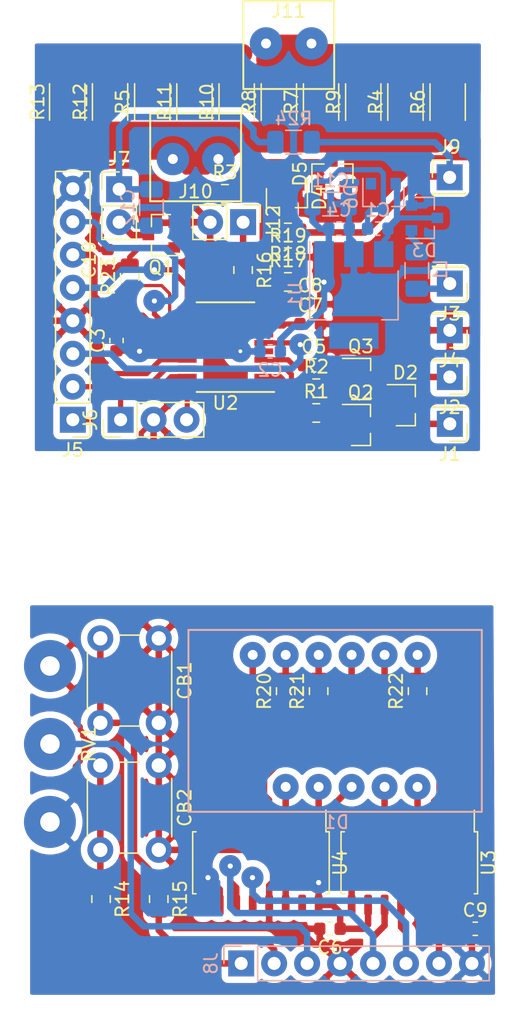
<source format=kicad_pcb>
(kicad_pcb (version 20171130) (host pcbnew 5.1.4-e60b266~84~ubuntu18.04.1)
  (layers (0 F.Cu signal) (31 B.Cu signal) (34 B.Paste user) (35 F.Paste user) (36 B.SilkS user) (37 F.SilkS user) (38 B.Mask user) (39 F.Mask user) (44 Edge.Cuts user))
  (net 0 "")
  (net 1 GND)
  (net 2 +28V)
  (net 3 +3V3)
  (net 4 "Net-(C5-Pad1)")
  (net 5 "Net-(CB1-Pad2)")
  (net 6 "Net-(CB2-Pad2)")
  (net 7 "Net-(D1-Pad12)")
  (net 8 "Net-(D1-Pad8)")
  (net 9 "Net-(D1-Pad9)")
  (net 10 /con7)
  (net 11 /con6)
  (net 12 /con5)
  (net 13 /con3)
  (net 14 /con2)
  (net 15 /con1)
  (net 16 +VDC)
  (net 17 "Net-(R1-Pad1)")
  (net 18 "Net-(R2-Pad1)")
  (net 19 "Net-(U3-Pad9)")
  (net 20 /Sheet5D41F71D/B)
  (net 21 /Sheet5D41F71D/F)
  (net 22 /Sheet5D41F71D/A)
  (net 23 /Sheet5D41F71D/E)
  (net 24 /Sheet5D41F71D/D)
  (net 25 /Sheet5D41F71D/DP)
  (net 26 /Sheet5D41F71D/C)
  (net 27 /Sheet5D41F71D/G)
  (net 28 "Net-(D4-Pad3)")
  (net 29 "Net-(D5-Pad3)")
  (net 30 "Net-(C7-Pad1)")
  (net 31 "Net-(C8-Pad1)")
  (net 32 "Net-(R23-Pad1)")
  (net 33 "Net-(J8-Pad2)")
  (net 34 "Net-(J8-Pad7)")
  (net 35 "Net-(J8-Pad6)")
  (net 36 "Net-(J8-Pad5)")
  (net 37 "Net-(J8-Pad3)")
  (net 38 "Net-(J8-Pad1)")
  (net 39 /Sheet5D41F71D/D3)
  (net 40 /Sheet5D41F71D/D2)
  (net 41 /Sheet5D41F71D/D1)
  (net 42 "Net-(C10-Pad1)")
  (net 43 /SWDIO)
  (net 44 /SWCLK)
  (net 45 "Net-(J12-Pad1)")
  (net 46 "Net-(R16-Pad2)")
  (net 47 "Net-(C1-Pad1)")
  (net 48 "Net-(D2-Pad2)")
  (net 49 "Net-(Q2-Pad1)")
  (net 50 "Net-(Q3-Pad1)")
  (net 51 "Net-(D2-Pad1)")
  (net 52 "Net-(D3-Pad1)")
  (net 53 "Net-(C12-Pad1)")
  (net 54 "Net-(C12-Pad2)")
  (module Package_TO_SOT_SMD:SOT-23 (layer B.Cu) (at 53.1876 34.5694)
    (fp_text reference D3 (at 0 2.5) (layer B.SilkS) (effects (justify mirror)))
    (fp_text value D_x2_KCom_AAK)
    (pad 1 smd rect (at -1 0.95) (size 0.9 0.8) (layers B.Cu B.Paste B.Mask) (net 52 "Net-(D3-Pad1)"))
    (pad 2 smd rect (at -1 -0.95) (size 0.9 0.8) (layers B.Cu B.Paste B.Mask) (net 3 +3V3))
    (pad 3 smd rect (at 1 0) (size 0.9 0.8) (layers B.Cu B.Paste B.Mask) (net 47 "Net-(C1-Pad1)"))
  )
  (module Capacitor_SMD:C_0603_1608Metric (layer F.Cu) (at 28.7782 37.7952 90)
    (fp_text reference C10 (at 0 -1.43 90) (layer F.SilkS))
    (fp_text value 0.1)
    (pad 2 smd roundrect (at 0.7875 0 90) (size 0.875 0.95) (layers F.Cu F.Paste F.Mask) (net 1 GND))
    (pad 1 smd roundrect (at -0.7875 0 90) (size 0.875 0.95) (layers F.Cu F.Paste F.Mask) (net 42 "Net-(C10-Pad1)"))
  )
  (module Connector_PinHeader_2.54mm:PinHeader_1x02_P2.54mm_Vertical (layer F.Cu) (at 39.2176 34.8996 270)
    (fp_text reference J12 (at 0 -2.33 90) (layer F.SilkS))
    (fp_text value Conn_01x02)
    (pad 2 thru_hole oval (at 0 2.54 270) (size 2 2) (drill 1) (layers *.Cu *.Mask) (net 1 GND))
    (pad 1 thru_hole rect (at 0 0 270) (size 2 2) (drill 1) (layers *.Cu *.Mask) (net 45 "Net-(J12-Pad1)"))
  )
  (module Resistor_SMD:R_0805_2012Metric (layer F.Cu) (at 39.2176 38.5826 270)
    (fp_text reference R16 (at 0 -1.65 90) (layer F.SilkS))
    (fp_text value 1.5k)
    (pad 2 smd roundrect (at 0.9375 0 270) (size 0.975 1.4) (layers F.Cu F.Paste F.Mask) (net 46 "Net-(R16-Pad2)"))
    (pad 1 smd roundrect (at -0.9375 0 270) (size 0.975 1.4) (layers F.Cu F.Paste F.Mask) (net 45 "Net-(J12-Pad1)"))
  )
  (module Connector_PinHeader_2.54mm:PinHeader_1x08_P2.54mm_Vertical (layer F.Cu) (at 26.0985 50.1015 180)
    (fp_text reference J5 (at 0 -2.33) (layer F.SilkS))
    (fp_text value Conn_01x08)
    (pad 8 thru_hole circle (at 0 17.78 180) (size 2 2) (drill 1) (layers *.Cu *.Mask) (net 3 +3V3))
    (pad 7 thru_hole circle (at 0 15.24 180) (size 2 2) (drill 1) (layers *.Cu *.Mask) (net 10 /con7))
    (pad 6 thru_hole circle (at 0 12.7 180) (size 2 2) (drill 1) (layers *.Cu *.Mask) (net 11 /con6))
    (pad 5 thru_hole circle (at 0 10.16 180) (size 2 2) (drill 1) (layers *.Cu *.Mask) (net 12 /con5))
    (pad 4 thru_hole circle (at 0 7.62 180) (size 2 2) (drill 1) (layers *.Cu *.Mask) (net 1 GND))
    (pad 3 thru_hole circle (at 0 5.08 180) (size 2 2) (drill 1) (layers *.Cu *.Mask) (net 13 /con3))
    (pad 2 thru_hole circle (at 0 2.54 180) (size 2 2) (drill 1) (layers *.Cu *.Mask) (net 14 /con2))
    (pad 1 thru_hole rect (at 0 0 180) (size 2 2) (drill 1) (layers *.Cu *.Mask) (net 15 /con1))
  )
  (module Connector_PinHeader_2.54mm:PinHeader_1x03_P2.54mm_Vertical (layer F.Cu) (at 29.7815 50.1015 90)
    (fp_text reference J6 (at 0 -2.33 270) (layer F.SilkS))
    (fp_text value Conn_01x03)
    (pad 1 thru_hole rect (at 0 0 90) (size 2 2) (drill 1) (layers *.Cu *.Mask) (net 43 /SWDIO))
    (pad 2 thru_hole circle (at 0 2.54 90) (size 2 2) (drill 1) (layers *.Cu *.Mask) (net 1 GND))
    (pad 3 thru_hole circle (at 0 5.08 90) (size 2 2) (drill 1) (layers *.Cu *.Mask) (net 44 /SWCLK))
  )
  (module Connector_PinHeader_2.54mm:PinHeader_1x02_P2.54mm_Vertical (layer F.Cu) (at 29.6672 32.3596)
    (fp_text reference J7 (at 0 -2.33 180) (layer F.SilkS))
    (fp_text value Conn_01x02)
    (pad 1 thru_hole rect (at 0 0) (size 2 2) (drill 1) (layers *.Cu *.Mask) (net 53 "Net-(C12-Pad1)"))
    (pad 2 thru_hole circle (at 0 2.54) (size 2 2) (drill 1) (layers *.Cu *.Mask) (net 54 "Net-(C12-Pad2)"))
  )
  (module Connector_PinHeader_2.54mm:PinHeader_1x01_P2.54mm_Vertical (layer F.Cu) (at 55.1434 50.419 180)
    (fp_text reference J1 (at 0 -2.33) (layer F.SilkS))
    (fp_text value Conn_01x01)
    (pad 1 thru_hole rect (at 0 0 180) (size 2 2) (drill 1) (layers *.Cu *.Mask) (net 48 "Net-(D2-Pad2)"))
  )
  (module Connector_PinHeader_2.54mm:PinHeader_1x08_P2.54mm_Vertical (layer B.Cu) (at 39.0695 91.9485 270)
    (fp_text reference J8 (at 0 2.33 270) (layer B.SilkS) (effects (justify mirror)))
    (fp_text value Conn_01x08)
    (pad 8 thru_hole circle (at 0 -17.78 270) (size 2 2) (drill 1) (layers *.Cu *.Mask) (net 3 +3V3))
    (pad 7 thru_hole circle (at 0 -15.24 270) (size 2 2) (drill 1) (layers *.Cu *.Mask) (net 34 "Net-(J8-Pad7)"))
    (pad 6 thru_hole circle (at 0 -12.7 270) (size 2 2) (drill 1) (layers *.Cu *.Mask) (net 35 "Net-(J8-Pad6)"))
    (pad 5 thru_hole circle (at 0 -10.16 270) (size 2 2) (drill 1) (layers *.Cu *.Mask) (net 36 "Net-(J8-Pad5)"))
    (pad 4 thru_hole circle (at 0 -7.62 270) (size 2 2) (drill 1) (layers *.Cu *.Mask) (net 1 GND))
    (pad 3 thru_hole circle (at 0 -5.08 270) (size 2 2) (drill 1) (layers *.Cu *.Mask) (net 37 "Net-(J8-Pad3)"))
    (pad 2 thru_hole circle (at 0 -2.54 270) (size 2 2) (drill 1) (layers *.Cu *.Mask) (net 33 "Net-(J8-Pad2)"))
    (pad 1 thru_hole rect (at 0 0 270) (size 2 2) (drill 1) (layers *.Cu *.Mask) (net 38 "Net-(J8-Pad1)"))
  )
  (module escor:FYT-3631_minimal (layer B.Cu) (at 46.3085 73.2795 180)
    (fp_text reference D1 (at -0.1 -7.8) (layer B.SilkS) (effects (justify mirror)))
    (fp_text value LED_3digit)
    (pad 9 thru_hole circle (at 1.27 5.08 180) (size 2 2) (drill 0.762) (layers *.Cu *.Mask) (net 9 "Net-(D1-Pad9)"))
    (pad 8 thru_hole circle (at 3.81 5.08 180) (size 2 2) (drill 0.762) (layers *.Cu *.Mask) (net 8 "Net-(D1-Pad8)"))
    (pad 7 thru_hole circle (at 6.35 5.08 180) (size 2 2) (drill 0.762) (layers *.Cu *.Mask) (net 20 /Sheet5D41F71D/B))
    (pad 10 thru_hole circle (at -1.27 5.08 180) (size 2 2) (drill 0.762) (layers *.Cu *.Mask) (net 21 /Sheet5D41F71D/F))
    (pad 11 thru_hole circle (at -3.81 5.08 180) (size 2 2) (drill 0.762) (layers *.Cu *.Mask) (net 22 /Sheet5D41F71D/A))
    (pad 12 thru_hole circle (at -6.35 5.08 180) (size 2 2) (drill 0.762) (layers *.Cu *.Mask) (net 7 "Net-(D1-Pad12)"))
    (pad 1 thru_hole circle (at -6.35 -5.08 180) (size 2 2) (drill 0.762) (layers *.Cu *.Mask) (net 23 /Sheet5D41F71D/E))
    (pad 2 thru_hole circle (at -3.81 -5.08 180) (size 2 2) (drill 0.762) (layers *.Cu *.Mask) (net 24 /Sheet5D41F71D/D))
    (pad 3 thru_hole circle (at -1.27 -5.08 180) (size 2 2) (drill 0.762) (layers *.Cu *.Mask) (net 25 /Sheet5D41F71D/DP))
    (pad 4 thru_hole circle (at 1.27 -5.08 180) (size 2 2) (drill 0.762) (layers *.Cu *.Mask) (net 26 /Sheet5D41F71D/C))
    (pad 5 thru_hole circle (at 3.81 -5.08 180) (size 2 2) (drill 0.762) (layers *.Cu *.Mask) (net 27 /Sheet5D41F71D/G))
  )
  (module Package_TO_SOT_SMD:SOT-23 (layer F.Cu) (at 46.101 31.1785 90)
    (fp_text reference D5 (at 0 -2.5 90) (layer F.SilkS))
    (fp_text value D_Zener_SOT23)
    (pad 3 smd rect (at 1 0 90) (size 0.9 0.8) (layers F.Cu F.Paste F.Mask) (net 29 "Net-(D5-Pad3)"))
    (pad 2 smd rect (at -1 0.95 90) (size 0.9 0.8) (layers F.Cu F.Paste F.Mask))
    (pad 1 smd rect (at -1 -0.95 90) (size 0.9 0.8) (layers F.Cu F.Paste F.Mask) (net 1 GND))
  )
  (module Package_TO_SOT_SMD:SOT-23 (layer F.Cu) (at 32.9184 35.8902 180)
    (fp_text reference Q1 (at 0 -2.5) (layer F.SilkS))
    (fp_text value BCR512)
    (pad 3 smd rect (at 1 0 180) (size 0.9 0.8) (layers F.Cu F.Paste F.Mask) (net 54 "Net-(C12-Pad2)"))
    (pad 2 smd rect (at -1 0.95 180) (size 0.9 0.8) (layers F.Cu F.Paste F.Mask) (net 1 GND))
    (pad 1 smd rect (at -1 -0.95 180) (size 0.9 0.8) (layers F.Cu F.Paste F.Mask) (net 42 "Net-(C10-Pad1)"))
  )
  (module Capacitor_SMD:C_0603_1608Metric (layer F.Cu) (at 29.464 44.0055 90)
    (fp_text reference C3 (at 0 -1.43 90) (layer F.SilkS))
    (fp_text value 100nF)
    (pad 2 smd roundrect (at 0.7875 0 90) (size 0.875 0.95) (layers F.Cu F.Paste F.Mask) (net 1 GND))
    (pad 1 smd roundrect (at -0.7875 0 90) (size 0.875 0.95) (layers F.Cu F.Paste F.Mask) (net 3 +3V3))
  )
  (module escor:KF350x2 (layer F.Cu) (at 35.56 30.0365)
    (fp_text reference J10 (at 0 2.5) (layer F.SilkS))
    (fp_text value Screw_Terminal_01x02)
    (pad 2 thru_hole circle (at 1.75 0) (size 2.5 2.5) (drill 0.762) (layers *.Cu *.Mask) (net 29 "Net-(D5-Pad3)"))
    (pad 1 thru_hole circle (at -1.75 0) (size 2.5 2.5) (drill 0.762) (layers *.Cu *.Mask) (net 29 "Net-(D5-Pad3)"))
  )
  (module Package_SO:TSSOP-20_4.4x6.5mm_P0.65mm (layer F.Cu) (at 37.863 44.5145 180)
    (fp_text reference U2 (at 0 -4.3) (layer F.SilkS))
    (fp_text value STM32F030F4Px)
    (pad 20 smd rect (at 2.95 -2.925 180) (size 1.45 0.45) (layers F.Cu F.Paste F.Mask) (net 44 /SWCLK))
    (pad 19 smd rect (at 2.95 -2.275 180) (size 1.45 0.45) (layers F.Cu F.Paste F.Mask) (net 43 /SWDIO))
    (pad 18 smd rect (at 2.95 -1.625 180) (size 1.45 0.45) (layers F.Cu F.Paste F.Mask) (net 15 /con1))
    (pad 17 smd rect (at 2.95 -0.975 180) (size 1.45 0.45) (layers F.Cu F.Paste F.Mask) (net 14 /con2))
    (pad 16 smd rect (at 2.95 -0.325 180) (size 1.45 0.45) (layers F.Cu F.Paste F.Mask) (net 3 +3V3))
    (pad 15 smd rect (at 2.95 0.325 180) (size 1.45 0.45) (layers F.Cu F.Paste F.Mask) (net 1 GND))
    (pad 14 smd rect (at 2.95 0.975 180) (size 1.45 0.45) (layers F.Cu F.Paste F.Mask) (net 11 /con6))
    (pad 13 smd rect (at 2.95 1.625 180) (size 1.45 0.45) (layers F.Cu F.Paste F.Mask) (net 10 /con7))
    (pad 12 smd rect (at 2.95 2.275 180) (size 1.45 0.45) (layers F.Cu F.Paste F.Mask) (net 32 "Net-(R23-Pad1)"))
    (pad 11 smd rect (at 2.95 2.925 180) (size 1.45 0.45) (layers F.Cu F.Paste F.Mask) (net 12 /con5))
    (pad 10 smd rect (at -2.95 2.925 180) (size 1.45 0.45) (layers F.Cu F.Paste F.Mask))
    (pad 9 smd rect (at -2.95 2.275 180) (size 1.45 0.45) (layers F.Cu F.Paste F.Mask) (net 31 "Net-(C8-Pad1)"))
    (pad 8 smd rect (at -2.95 1.625 180) (size 1.45 0.45) (layers F.Cu F.Paste F.Mask) (net 30 "Net-(C7-Pad1)"))
    (pad 7 smd rect (at -2.95 0.975 180) (size 1.45 0.45) (layers F.Cu F.Paste F.Mask) (net 46 "Net-(R16-Pad2)"))
    (pad 6 smd rect (at -2.95 0.325 180) (size 1.45 0.45) (layers F.Cu F.Paste F.Mask) (net 13 /con3))
    (pad 5 smd rect (at -2.95 -0.325 180) (size 1.45 0.45) (layers F.Cu F.Paste F.Mask) (net 3 +3V3))
    (pad 4 smd rect (at -2.95 -0.975 180) (size 1.45 0.45) (layers F.Cu F.Paste F.Mask) (net 4 "Net-(C5-Pad1)"))
    (pad 3 smd rect (at -2.95 -1.625 180) (size 1.45 0.45) (layers F.Cu F.Paste F.Mask) (net 18 "Net-(R2-Pad1)"))
    (pad 2 smd rect (at -2.95 -2.275 180) (size 1.45 0.45) (layers F.Cu F.Paste F.Mask) (net 17 "Net-(R1-Pad1)"))
    (pad 1 smd rect (at -2.95 -2.925 180) (size 1.45 0.45) (layers F.Cu F.Paste F.Mask) (net 1 GND))
  )
  (module Capacitor_SMD:C_0603_1608Metric (layer B.Cu) (at 41.3004 44.8437)
    (fp_text reference C2 (at 0 1.43) (layer B.SilkS) (effects (justify mirror)))
    (fp_text value 0.1)
    (pad 2 smd roundrect (at 0.7875 0) (size 0.875 0.95) (layers B.Cu B.Paste B.Mask) (net 1 GND))
    (pad 1 smd roundrect (at -0.7875 0) (size 0.875 0.95) (layers B.Cu B.Paste B.Mask) (net 3 +3V3))
  )
  (module Connector_PinHeader_2.54mm:PinHeader_1x01_P2.54mm_Vertical (layer F.Cu) (at 55.1434 43.2181 180)
    (fp_text reference J4 (at 0 -2.33) (layer F.SilkS))
    (fp_text value Conn_01x01)
    (pad 1 thru_hole rect (at 0 0 180) (size 2 2) (drill 1) (layers *.Cu *.Mask) (net 1 GND))
  )
  (module Capacitor_SMD:C_0603_1608Metric (layer F.Cu) (at 57.1035 89.2815)
    (fp_text reference C9 (at 0 -1.43) (layer F.SilkS))
    (fp_text value 100nF)
    (pad 2 smd roundrect (at 0.7875 0) (size 0.875 0.95) (layers F.Cu F.Paste F.Mask) (net 1 GND))
    (pad 1 smd roundrect (at -0.7875 0) (size 0.875 0.95) (layers F.Cu F.Paste F.Mask) (net 3 +3V3))
  )
  (module Capacitor_SMD:C_0603_1608Metric (layer F.Cu) (at 45.9105 89.281 180)
    (fp_text reference C6 (at 0 -1.43) (layer F.SilkS))
    (fp_text value 100nF)
    (pad 2 smd roundrect (at 0.7875 0 180) (size 0.875 0.95) (layers F.Cu F.Paste F.Mask) (net 1 GND))
    (pad 1 smd roundrect (at -0.7875 0 180) (size 0.875 0.95) (layers F.Cu F.Paste F.Mask) (net 3 +3V3))
  )
  (module Resistor_SMD:R_0805_2012Metric (layer F.Cu) (at 45.0385 70.9935 90)
    (fp_text reference R21 (at 0 -1.65 90) (layer F.SilkS))
    (fp_text value 300)
    (pad 2 smd roundrect (at 0.9375 0 90) (size 0.975 1.4) (layers F.Cu F.Paste F.Mask) (net 9 "Net-(D1-Pad9)"))
    (pad 1 smd roundrect (at -0.9375 0 90) (size 0.975 1.4) (layers F.Cu F.Paste F.Mask) (net 40 /Sheet5D41F71D/D2))
  )
  (module Package_SO:SOP-16_4.55x10.3mm_P1.27mm (layer F.Cu) (at 52.0235 84.2015 270)
    (fp_text reference U3 (at 0 -6.1 90) (layer F.SilkS))
    (fp_text value 74HC595)
    (pad 16 smd roundrect (at 3.25 -4.445 270) (size 1.6 0.6) (layers F.Cu F.Paste F.Mask) (net 3 +3V3))
    (pad 15 smd roundrect (at 3.25 -3.175 270) (size 1.6 0.6) (layers F.Cu F.Paste F.Mask))
    (pad 14 smd roundrect (at 3.25 -1.905 270) (size 1.6 0.6) (layers F.Cu F.Paste F.Mask) (net 34 "Net-(J8-Pad7)"))
    (pad 13 smd roundrect (at 3.25 -0.635 270) (size 1.6 0.6) (layers F.Cu F.Paste F.Mask) (net 1 GND))
    (pad 12 smd roundrect (at 3.25 0.635 270) (size 1.6 0.6) (layers F.Cu F.Paste F.Mask) (net 35 "Net-(J8-Pad6)"))
    (pad 11 smd roundrect (at 3.25 1.905 270) (size 1.6 0.6) (layers F.Cu F.Paste F.Mask) (net 36 "Net-(J8-Pad5)"))
    (pad 10 smd roundrect (at 3.25 3.175 270) (size 1.6 0.6) (layers F.Cu F.Paste F.Mask) (net 3 +3V3))
    (pad 9 smd roundrect (at 3.25 4.445 270) (size 1.6 0.6) (layers F.Cu F.Paste F.Mask) (net 19 "Net-(U3-Pad9)"))
    (pad 8 smd roundrect (at -3.25 4.445 270) (size 1.6 0.6) (layers F.Cu F.Paste F.Mask) (net 1 GND))
    (pad 7 smd roundrect (at -3.25 3.175 270) (size 1.6 0.6) (layers F.Cu F.Paste F.Mask))
    (pad 6 smd roundrect (at -3.25 1.905 270) (size 1.6 0.6) (layers F.Cu F.Paste F.Mask) (net 24 /Sheet5D41F71D/D))
    (pad 5 smd roundrect (at -3.25 0.635 270) (size 1.6 0.6) (layers F.Cu F.Paste F.Mask))
    (pad 4 smd roundrect (at -3.25 -0.635 270) (size 1.6 0.6) (layers F.Cu F.Paste F.Mask) (net 23 /Sheet5D41F71D/E))
    (pad 3 smd roundrect (at -3.25 -1.905 270) (size 1.6 0.6) (layers F.Cu F.Paste F.Mask) (net 22 /Sheet5D41F71D/A))
    (pad 2 smd roundrect (at -3.25 -3.175 270) (size 1.6 0.6) (layers F.Cu F.Paste F.Mask) (net 41 /Sheet5D41F71D/D1))
    (pad 1 smd roundrect (at -3.25 -4.445 270) (size 1.6 0.6) (layers F.Cu F.Paste F.Mask))
  )
  (module Package_SO:SOP-16_4.55x10.3mm_P1.27mm (layer F.Cu) (at 40.5935 84.2015 270)
    (fp_text reference U4 (at 0 -6.1 90) (layer F.SilkS))
    (fp_text value 74HC595)
    (pad 16 smd roundrect (at 3.25 -4.445 270) (size 1.6 0.6) (layers F.Cu F.Paste F.Mask) (net 3 +3V3))
    (pad 15 smd roundrect (at 3.25 -3.175 270) (size 1.6 0.6) (layers F.Cu F.Paste F.Mask))
    (pad 14 smd roundrect (at 3.25 -1.905 270) (size 1.6 0.6) (layers F.Cu F.Paste F.Mask) (net 19 "Net-(U3-Pad9)"))
    (pad 13 smd roundrect (at 3.25 -0.635 270) (size 1.6 0.6) (layers F.Cu F.Paste F.Mask) (net 1 GND))
    (pad 12 smd roundrect (at 3.25 0.635 270) (size 1.6 0.6) (layers F.Cu F.Paste F.Mask) (net 35 "Net-(J8-Pad6)"))
    (pad 11 smd roundrect (at 3.25 1.905 270) (size 1.6 0.6) (layers F.Cu F.Paste F.Mask) (net 36 "Net-(J8-Pad5)"))
    (pad 10 smd roundrect (at 3.25 3.175 270) (size 1.6 0.6) (layers F.Cu F.Paste F.Mask) (net 3 +3V3))
    (pad 9 smd roundrect (at 3.25 4.445 270) (size 1.6 0.6) (layers F.Cu F.Paste F.Mask))
    (pad 8 smd roundrect (at -3.25 4.445 270) (size 1.6 0.6) (layers F.Cu F.Paste F.Mask) (net 1 GND))
    (pad 7 smd roundrect (at -3.25 3.175 270) (size 1.6 0.6) (layers F.Cu F.Paste F.Mask) (net 20 /Sheet5D41F71D/B))
    (pad 6 smd roundrect (at -3.25 1.905 270) (size 1.6 0.6) (layers F.Cu F.Paste F.Mask) (net 39 /Sheet5D41F71D/D3))
    (pad 5 smd roundrect (at -3.25 0.635 270) (size 1.6 0.6) (layers F.Cu F.Paste F.Mask) (net 40 /Sheet5D41F71D/D2))
    (pad 4 smd roundrect (at -3.25 -0.635 270) (size 1.6 0.6) (layers F.Cu F.Paste F.Mask) (net 21 /Sheet5D41F71D/F))
    (pad 3 smd roundrect (at -3.25 -1.905 270) (size 1.6 0.6) (layers F.Cu F.Paste F.Mask) (net 27 /Sheet5D41F71D/G))
    (pad 2 smd roundrect (at -3.25 -3.175 270) (size 1.6 0.6) (layers F.Cu F.Paste F.Mask) (net 25 /Sheet5D41F71D/DP))
    (pad 1 smd roundrect (at -3.25 -4.445 270) (size 1.6 0.6) (layers F.Cu F.Paste F.Mask) (net 26 /Sheet5D41F71D/C))
  )
  (module Resistor_SMD:R_0805_2012Metric (layer F.Cu) (at 32.7195 86.9955 270)
    (fp_text reference R15 (at 0 -1.65 90) (layer F.SilkS))
    (fp_text value R)
    (pad 2 smd roundrect (at 0.9375 0 270) (size 0.975 1.4) (layers F.Cu F.Paste F.Mask) (net 33 "Net-(J8-Pad2)"))
    (pad 1 smd roundrect (at -0.9375 0 270) (size 0.975 1.4) (layers F.Cu F.Paste F.Mask) (net 5 "Net-(CB1-Pad2)"))
  )
  (module Resistor_SMD:R_0805_2012Metric (layer F.Cu) (at 28.2745 86.9955 270)
    (fp_text reference R14 (at 0 -1.65 90) (layer F.SilkS))
    (fp_text value R)
    (pad 2 smd roundrect (at 0.9375 0 270) (size 0.975 1.4) (layers F.Cu F.Paste F.Mask) (net 38 "Net-(J8-Pad1)"))
    (pad 1 smd roundrect (at -0.9375 0 270) (size 0.975 1.4) (layers F.Cu F.Paste F.Mask) (net 6 "Net-(CB2-Pad2)"))
  )
  (module Resistor_SMD:R_0805_2012Metric (layer F.Cu) (at 42.4985 70.9935 90)
    (fp_text reference R20 (at 0 -1.65 90) (layer F.SilkS))
    (fp_text value 300)
    (pad 2 smd roundrect (at 0.9375 0 90) (size 0.975 1.4) (layers F.Cu F.Paste F.Mask) (net 8 "Net-(D1-Pad8)"))
    (pad 1 smd roundrect (at -0.9375 0 90) (size 0.975 1.4) (layers F.Cu F.Paste F.Mask) (net 39 /Sheet5D41F71D/D3))
  )
  (module Resistor_SMD:R_0805_2012Metric (layer F.Cu) (at 52.6585 70.9935 90)
    (fp_text reference R22 (at 0 -1.65 90) (layer F.SilkS))
    (fp_text value 300)
    (pad 2 smd roundrect (at 0.9375 0 90) (size 0.975 1.4) (layers F.Cu F.Paste F.Mask) (net 7 "Net-(D1-Pad12)"))
    (pad 1 smd roundrect (at -0.9375 0 90) (size 0.975 1.4) (layers F.Cu F.Paste F.Mask) (net 41 /Sheet5D41F71D/D1))
  )
  (module Button_Switch_THT:SW_PUSH_6mm (layer F.Cu) (at 32.7195 66.9295 270)
    (fp_text reference CB1 (at 3.25 -2 90) (layer F.SilkS))
    (fp_text value CircuitBreaker_1P)
    (pad 1 thru_hole circle (at 6.5 0) (size 2 2) (drill 1.1) (layers *.Cu *.Mask) (net 1 GND))
    (pad 2 thru_hole circle (at 6.5 4.5) (size 2 2) (drill 1.1) (layers *.Cu *.Mask) (net 5 "Net-(CB1-Pad2)"))
    (pad 1 thru_hole circle (at 0 0) (size 2 2) (drill 1.1) (layers *.Cu *.Mask) (net 1 GND))
    (pad 2 thru_hole circle (at 0 4.5) (size 2 2) (drill 1.1) (layers *.Cu *.Mask) (net 5 "Net-(CB1-Pad2)"))
  )
  (module Button_Switch_THT:SW_PUSH_6mm (layer F.Cu) (at 32.7195 76.7085 270)
    (fp_text reference CB2 (at 3.25 -2 90) (layer F.SilkS))
    (fp_text value CircuitBreaker_1P)
    (pad 1 thru_hole circle (at 6.5 0) (size 2 2) (drill 1.1) (layers *.Cu *.Mask) (net 1 GND))
    (pad 2 thru_hole circle (at 6.5 4.5) (size 2 2) (drill 1.1) (layers *.Cu *.Mask) (net 6 "Net-(CB2-Pad2)"))
    (pad 1 thru_hole circle (at 0 0) (size 2 2) (drill 1.1) (layers *.Cu *.Mask) (net 1 GND))
    (pad 2 thru_hole circle (at 0 4.5) (size 2 2) (drill 1.1) (layers *.Cu *.Mask) (net 6 "Net-(CB2-Pad2)"))
  )
  (module Resistor_SMD:R_0805_2012Metric (layer F.Cu) (at 30.48 39.1137 90)
    (fp_text reference R23 (at 0 -1.65 90) (layer F.SilkS))
    (fp_text value 100)
    (pad 2 smd roundrect (at 0.9375 0 90) (size 0.975 1.4) (layers F.Cu F.Paste F.Mask) (net 42 "Net-(C10-Pad1)"))
    (pad 1 smd roundrect (at -0.9375 0 90) (size 0.975 1.4) (layers F.Cu F.Paste F.Mask) (net 32 "Net-(R23-Pad1)"))
  )
  (module Capacitor_SMD:C_0603_1608Metric (layer B.Cu) (at 49.5935 35.3949 180)
    (fp_text reference C1 (at 0 1.43 180) (layer B.SilkS) (effects (justify mirror)))
    (fp_text value 0.1)
    (pad 2 smd roundrect (at 0.7875 0 180) (size 0.875 0.95) (layers B.Cu B.Paste B.Mask) (net 1 GND))
    (pad 1 smd roundrect (at -0.7875 0 180) (size 0.875 0.95) (layers B.Cu B.Paste B.Mask) (net 47 "Net-(C1-Pad1)"))
  )
  (module Capacitor_SMD:C_0603_1608Metric (layer F.Cu) (at 44.3865 41.2115)
    (fp_text reference C8 (at 0 -1.43) (layer F.SilkS))
    (fp_text value 10n)
    (pad 2 smd roundrect (at 0.7875 0) (size 0.875 0.95) (layers F.Cu F.Paste F.Mask) (net 1 GND))
    (pad 1 smd roundrect (at -0.7875 0) (size 0.875 0.95) (layers F.Cu F.Paste F.Mask) (net 31 "Net-(C8-Pad1)"))
  )
  (module Capacitor_SMD:C_0603_1608Metric (layer F.Cu) (at 44.3865 42.7355)
    (fp_text reference C7 (at 0 -1.43) (layer F.SilkS))
    (fp_text value 10n)
    (pad 2 smd roundrect (at 0.7875 0) (size 0.875 0.95) (layers F.Cu F.Paste F.Mask) (net 1 GND))
    (pad 1 smd roundrect (at -0.7875 0) (size 0.875 0.95) (layers F.Cu F.Paste F.Mask) (net 30 "Net-(C7-Pad1)"))
  )
  (module Connector_PinHeader_2.54mm:PinHeader_1x01_P2.54mm_Vertical (layer F.Cu) (at 55.1434 46.8122 180)
    (fp_text reference J2 (at 0 -2.33) (layer F.SilkS))
    (fp_text value Conn_01x01)
    (pad 1 thru_hole rect (at 0 0 180) (size 2 2) (drill 1) (layers *.Cu *.Mask) (net 51 "Net-(D2-Pad1)"))
  )
  (module escor:KF350x2 (layer F.Cu) (at 42.7355 21.1455 180)
    (fp_text reference J11 (at 0 2.5) (layer F.SilkS))
    (fp_text value Screw_Terminal_01x02)
    (pad 2 thru_hole circle (at 1.75 0 180) (size 2.5 2.5) (drill 0.762) (layers *.Cu *.Mask) (net 1 GND))
    (pad 1 thru_hole circle (at -1.75 0 180) (size 2.5 2.5) (drill 0.762) (layers *.Cu *.Mask) (net 1 GND))
  )
  (module Resistor_SMD:R_0805_2012Metric (layer F.Cu) (at 42.672 37.592)
    (fp_text reference R19 (at 0 -1.65) (layer F.SilkS))
    (fp_text value 510)
    (pad 2 smd roundrect (at 0.9375 0) (size 0.975 1.4) (layers F.Cu F.Paste F.Mask) (net 1 GND))
    (pad 1 smd roundrect (at -0.9375 0) (size 0.975 1.4) (layers F.Cu F.Paste F.Mask) (net 28 "Net-(D4-Pad3)"))
  )
  (module Package_TO_SOT_SMD:SOT-23 (layer F.Cu) (at 42.5958 33.02 270)
    (fp_text reference D4 (at 0 -2.5 90) (layer F.SilkS))
    (fp_text value D_Zener_SOT23)
    (pad 1 smd rect (at -1 -0.95 270) (size 0.9 0.8) (layers F.Cu F.Paste F.Mask) (net 1 GND))
    (pad 2 smd rect (at -1 0.95 270) (size 0.9 0.8) (layers F.Cu F.Paste F.Mask))
    (pad 3 smd rect (at 1 0 270) (size 0.9 0.8) (layers F.Cu F.Paste F.Mask) (net 28 "Net-(D4-Pad3)"))
  )
  (module Connector_PinHeader_2.54mm:PinHeader_1x01_P2.54mm_Vertical (layer F.Cu) (at 55.1307 31.4452)
    (fp_text reference J9 (at 0 -2.33) (layer F.SilkS))
    (fp_text value Conn_01x01)
    (pad 1 thru_hole rect (at 0 0) (size 2 2) (drill 1) (layers *.Cu *.Mask) (net 16 +VDC))
  )
  (module Resistor_SMD:R_0805_2012Metric (layer F.Cu) (at 44.8564 49.5808)
    (fp_text reference R1 (at 0 -1.65) (layer F.SilkS))
    (fp_text value 100)
    (pad 2 smd roundrect (at 0.9375 0) (size 0.975 1.4) (layers F.Cu F.Paste F.Mask) (net 49 "Net-(Q2-Pad1)"))
    (pad 1 smd roundrect (at -0.9375 0) (size 0.975 1.4) (layers F.Cu F.Paste F.Mask) (net 17 "Net-(R1-Pad1)"))
  )
  (module Resistor_SMD:R_0805_2012Metric (layer F.Cu) (at 44.8564 47.6758)
    (fp_text reference R2 (at 0 -1.65) (layer F.SilkS))
    (fp_text value 100)
    (pad 2 smd roundrect (at 0.9375 0) (size 0.975 1.4) (layers F.Cu F.Paste F.Mask) (net 50 "Net-(Q3-Pad1)"))
    (pad 1 smd roundrect (at -0.9375 0) (size 0.975 1.4) (layers F.Cu F.Paste F.Mask) (net 18 "Net-(R2-Pad1)"))
  )
  (module Capacitor_SMD:C_0603_1608Metric (layer B.Cu) (at 46.609 35.3949 180)
    (fp_text reference C4 (at 0 1.43 180) (layer B.SilkS) (effects (justify mirror)))
    (fp_text value 100nF)
    (pad 2 smd roundrect (at 0.7875 0 180) (size 0.875 0.95) (layers B.Cu B.Paste B.Mask) (net 1 GND))
    (pad 1 smd roundrect (at -0.7875 0 180) (size 0.875 0.95) (layers B.Cu B.Paste B.Mask) (net 3 +3V3))
  )
  (module Capacitor_SMD:C_0603_1608Metric (layer F.Cu) (at 44.6659 45.9105)
    (fp_text reference C5 (at 0 -1.43) (layer F.SilkS))
    (fp_text value 0.1)
    (pad 2 smd roundrect (at 0.7875 0) (size 0.875 0.95) (layers F.Cu F.Paste F.Mask) (net 1 GND))
    (pad 1 smd roundrect (at -0.7875 0) (size 0.875 0.95) (layers F.Cu F.Paste F.Mask) (net 4 "Net-(C5-Pad1)"))
  )
  (module Package_TO_SOT_SMD:SOT-223 (layer B.Cu) (at 47.752 40.5003 270)
    (fp_text reference U1 (at 0 4.5 270) (layer B.SilkS) (effects (justify mirror)))
    (fp_text value AP1117-33)
    (pad 1 smd rect (at -3.15 2.3 270) (size 2 1.5) (layers B.Cu B.Paste B.Mask) (net 1 GND))
    (pad 3 smd rect (at -3.15 -2.3 270) (size 2 1.5) (layers B.Cu B.Paste B.Mask) (net 47 "Net-(C1-Pad1)"))
    (pad 2 smd rect (at -3.15 0 270) (size 2 1.5) (layers B.Cu B.Paste B.Mask) (net 3 +3V3))
    (pad 4 smd rect (at 3.15 0 270) (size 2 3.8) (layers B.Cu B.Paste B.Mask))
  )
  (module escor:СП3-4 (layer F.Cu) (at 24.3375 75.0575 90)
    (fp_text reference RV1 (at 0 3 90) (layer F.SilkS))
    (fp_text value POT)
    (pad 3 thru_hole circle (at -6 0 90) (size 4 4) (drill 1.5) (layers *.Cu *.Mask) (net 3 +3V3))
    (pad 2 thru_hole circle (at 0 0 90) (size 4 4) (drill 1.5) (layers *.Cu *.Mask) (net 37 "Net-(J8-Pad3)"))
    (pad 1 thru_hole circle (at 6 0 90) (size 4 4) (drill 1.5) (layers *.Cu *.Mask) (net 1 GND))
  )
  (module Resistor_SMD:R_0805_2012Metric (layer F.Cu) (at 42.672 35.687 180)
    (fp_text reference R18 (at 0 -1.65) (layer F.SilkS))
    (fp_text value 4.7k)
    (pad 2 smd roundrect (at 0.9375 0 180) (size 0.975 1.4) (layers F.Cu F.Paste F.Mask) (net 28 "Net-(D4-Pad3)"))
    (pad 1 smd roundrect (at -0.9375 0 180) (size 0.975 1.4) (layers F.Cu F.Paste F.Mask) (net 16 +VDC))
  )
  (module Resistor_SMD:R_0805_2012Metric (layer F.Cu) (at 42.672 39.497)
    (fp_text reference R17 (at 0 -1.65) (layer F.SilkS))
    (fp_text value 1k)
    (pad 2 smd roundrect (at 0.9375 0) (size 0.975 1.4) (layers F.Cu F.Paste F.Mask) (net 31 "Net-(C8-Pad1)"))
    (pad 1 smd roundrect (at -0.9375 0) (size 0.975 1.4) (layers F.Cu F.Paste F.Mask) (net 28 "Net-(D4-Pad3)"))
  )
  (module Resistor_SMD:R_2010_5025Metric (layer F.Cu) (at 25.6667 25.6413 90)
    (fp_text reference R13 (at 0 -2.28 90) (layer F.SilkS))
    (fp_text value 1R)
    (pad 2 smd roundrect (at 2.25 0 90) (size 1.35 2.65) (layers F.Cu F.Paste F.Mask) (roundrect_rratio 0.185185) (net 1 GND))
    (pad 1 smd roundrect (at -2.25 0 90) (size 1.35 2.65) (layers F.Cu F.Paste F.Mask) (roundrect_rratio 0.185185) (net 29 "Net-(D5-Pad3)"))
  )
  (module Resistor_SMD:R_2010_5025Metric (layer F.Cu) (at 28.9687 25.6413 90)
    (fp_text reference R12 (at 0 -2.28 90) (layer F.SilkS))
    (fp_text value 1R)
    (pad 2 smd roundrect (at 2.25 0 90) (size 1.35 2.65) (layers F.Cu F.Paste F.Mask) (roundrect_rratio 0.185185) (net 1 GND))
    (pad 1 smd roundrect (at -2.25 0 90) (size 1.35 2.65) (layers F.Cu F.Paste F.Mask) (roundrect_rratio 0.185185) (net 29 "Net-(D5-Pad3)"))
  )
  (module Resistor_SMD:R_2010_5025Metric (layer F.Cu) (at 35.4711 25.654 90)
    (fp_text reference R11 (at 0 -2.28 90) (layer F.SilkS))
    (fp_text value 1R)
    (pad 2 smd roundrect (at 2.25 0 90) (size 1.35 2.65) (layers F.Cu F.Paste F.Mask) (roundrect_rratio 0.185185) (net 1 GND))
    (pad 1 smd roundrect (at -2.25 0 90) (size 1.35 2.65) (layers F.Cu F.Paste F.Mask) (roundrect_rratio 0.185185) (net 29 "Net-(D5-Pad3)"))
  )
  (module Resistor_SMD:R_2010_5025Metric (layer F.Cu) (at 38.7223 25.654 90)
    (fp_text reference R10 (at 0 -2.28 90) (layer F.SilkS))
    (fp_text value 1R)
    (pad 2 smd roundrect (at 2.25 0 90) (size 1.35 2.65) (layers F.Cu F.Paste F.Mask) (roundrect_rratio 0.185185) (net 1 GND))
    (pad 1 smd roundrect (at -2.25 0 90) (size 1.35 2.65) (layers F.Cu F.Paste F.Mask) (roundrect_rratio 0.185185) (net 29 "Net-(D5-Pad3)"))
  )
  (module Resistor_SMD:R_2010_5025Metric (layer F.Cu) (at 48.4759 25.655 90)
    (fp_text reference R9 (at 0 -2.28 90) (layer F.SilkS))
    (fp_text value 1R)
    (pad 2 smd roundrect (at 2.25 0 90) (size 1.35 2.65) (layers F.Cu F.Paste F.Mask) (roundrect_rratio 0.185185) (net 1 GND))
    (pad 1 smd roundrect (at -2.25 0 90) (size 1.35 2.65) (layers F.Cu F.Paste F.Mask) (roundrect_rratio 0.185185) (net 29 "Net-(D5-Pad3)"))
  )
  (module Resistor_SMD:R_2010_5025Metric (layer F.Cu) (at 41.9735 25.654 90)
    (fp_text reference R8 (at 0 -2.28 90) (layer F.SilkS))
    (fp_text value 1R)
    (pad 2 smd roundrect (at 2.25 0 90) (size 1.35 2.65) (layers F.Cu F.Paste F.Mask) (roundrect_rratio 0.185185) (net 1 GND))
    (pad 1 smd roundrect (at -2.25 0 90) (size 1.35 2.65) (layers F.Cu F.Paste F.Mask) (roundrect_rratio 0.185185) (net 29 "Net-(D5-Pad3)"))
  )
  (module Resistor_SMD:R_2010_5025Metric (layer F.Cu) (at 45.2247 25.654 90)
    (fp_text reference R7 (at 0 -2.28 90) (layer F.SilkS))
    (fp_text value 1R)
    (pad 2 smd roundrect (at 2.25 0 90) (size 1.35 2.65) (layers F.Cu F.Paste F.Mask) (roundrect_rratio 0.185185) (net 1 GND))
    (pad 1 smd roundrect (at -2.25 0 90) (size 1.35 2.65) (layers F.Cu F.Paste F.Mask) (roundrect_rratio 0.185185) (net 29 "Net-(D5-Pad3)"))
  )
  (module Resistor_SMD:R_2010_5025Metric (layer F.Cu) (at 54.9783 25.655 90)
    (fp_text reference R6 (at 0 -2.28 90) (layer F.SilkS))
    (fp_text value 1R)
    (pad 2 smd roundrect (at 2.25 0 90) (size 1.35 2.65) (layers F.Cu F.Paste F.Mask) (roundrect_rratio 0.185185) (net 1 GND))
    (pad 1 smd roundrect (at -2.25 0 90) (size 1.35 2.65) (layers F.Cu F.Paste F.Mask) (roundrect_rratio 0.185185) (net 29 "Net-(D5-Pad3)"))
  )
  (module Resistor_SMD:R_2010_5025Metric (layer F.Cu) (at 32.2199 25.6413 90)
    (fp_text reference R5 (at 0 -2.28 90) (layer F.SilkS))
    (fp_text value 1R)
    (pad 2 smd roundrect (at 2.25 0 90) (size 1.35 2.65) (layers F.Cu F.Paste F.Mask) (roundrect_rratio 0.185185) (net 1 GND))
    (pad 1 smd roundrect (at -2.25 0 90) (size 1.35 2.65) (layers F.Cu F.Paste F.Mask) (roundrect_rratio 0.185185) (net 29 "Net-(D5-Pad3)"))
  )
  (module Resistor_SMD:R_2010_5025Metric (layer F.Cu) (at 51.7271 25.654 90)
    (fp_text reference R4 (at 0 -2.28 90) (layer F.SilkS))
    (fp_text value 1R)
    (pad 2 smd roundrect (at 2.25 0 90) (size 1.35 2.65) (layers F.Cu F.Paste F.Mask) (roundrect_rratio 0.185185) (net 1 GND))
    (pad 1 smd roundrect (at -2.25 0 90) (size 1.35 2.65) (layers F.Cu F.Paste F.Mask) (roundrect_rratio 0.185185) (net 29 "Net-(D5-Pad3)"))
  )
  (module Resistor_SMD:R_0805_2012Metric (layer F.Cu) (at 37.8206 32.7152)
    (fp_text reference R3 (at 0 -1.65) (layer F.SilkS))
    (fp_text value 1k)
    (pad 2 smd roundrect (at 0.9375 0) (size 0.975 1.4) (layers F.Cu F.Paste F.Mask) (net 30 "Net-(C7-Pad1)"))
    (pad 1 smd roundrect (at -0.9375 0) (size 0.975 1.4) (layers F.Cu F.Paste F.Mask) (net 29 "Net-(D5-Pad3)"))
  )
  (module Connector_PinHeader_2.54mm:PinHeader_1x01_P2.54mm_Vertical (layer F.Cu) (at 55.1434 39.624 180)
    (fp_text reference J3 (at 0 -2.33) (layer F.SilkS))
    (fp_text value Conn_01x01)
    (pad 1 thru_hole rect (at 0 0 180) (size 2 2) (drill 1) (layers *.Cu *.Mask) (net 2 +28V))
  )
  (module Capacitor_SMD:C_1206_3216Metric (layer B.Cu) (at 45.9613 33.5026 180)
    (fp_text reference C11 (at 0 1.82) (layer B.SilkS) (effects (justify mirror)))
    (fp_text value CP)
    (pad 1 smd roundrect (at -1.4 0 180) (size 1.25 1.75) (layers B.Cu B.Paste B.Mask) (roundrect_rratio 0.2) (net 3 +3V3))
    (pad 2 smd roundrect (at 1.4 0 180) (size 1.25 1.75) (layers B.Cu B.Paste B.Mask) (roundrect_rratio 0.2) (net 1 GND))
  )
  (module Diode_SMD:D_SOT-23_NKA (layer B.Cu) (at 50.0253 32.9311 270)
    (fp_text reference D6 (at 0 2.5 90) (layer B.SilkS) (effects (justify mirror)))
    (fp_text value D_Zener)
    (pad "" smd rect (at -1 0.95 270) (size 0.9 0.8) (layers B.Cu B.Paste B.Mask))
    (pad 1 smd rect (at -1 -0.95 270) (size 0.9 0.8) (layers B.Cu B.Paste B.Mask) (net 47 "Net-(C1-Pad1)"))
    (pad 2 smd rect (at 1 0 270) (size 0.9 0.8) (layers B.Cu B.Paste B.Mask) (net 1 GND))
  )
  (module Inductor_SMD:L_1206_3216Metric (layer B.Cu) (at 52.6034 38.6207 90)
    (fp_text reference L1 (at 0 1.82 90) (layer B.SilkS) (effects (justify mirror)))
    (fp_text value L_Small)
    (pad 1 smd roundrect (at -1.4 0 90) (size 1.25 1.75) (layers B.Cu B.Paste B.Mask) (roundrect_rratio 0.2) (net 2 +28V))
    (pad 2 smd roundrect (at 1.4 0 90) (size 1.25 1.75) (layers B.Cu B.Paste B.Mask) (roundrect_rratio 0.2) (net 52 "Net-(D3-Pad1)"))
  )
  (module Package_TO_SOT_SMD:SOT-23 (layer F.Cu) (at 48.2727 50.5079)
    (fp_text reference Q2 (at 0 -2.5) (layer F.SilkS))
    (fp_text value BCR108)
    (pad 1 smd rect (at -1 -0.95) (size 0.9 0.8) (layers F.Cu F.Paste F.Mask) (net 49 "Net-(Q2-Pad1)"))
    (pad 2 smd rect (at -1 0.95) (size 0.9 0.8) (layers F.Cu F.Paste F.Mask) (net 1 GND))
    (pad 3 smd rect (at 1 0) (size 0.9 0.8) (layers F.Cu F.Paste F.Mask) (net 48 "Net-(D2-Pad2)"))
  )
  (module Package_TO_SOT_SMD:SOT-23 (layer F.Cu) (at 48.2854 46.9646)
    (fp_text reference Q3 (at 0 -2.5) (layer F.SilkS))
    (fp_text value BCR108)
    (pad 3 smd rect (at 1 0) (size 0.9 0.8) (layers F.Cu F.Paste F.Mask) (net 51 "Net-(D2-Pad1)"))
    (pad 2 smd rect (at -1 0.95) (size 0.9 0.8) (layers F.Cu F.Paste F.Mask) (net 1 GND))
    (pad 1 smd rect (at -1 -0.95) (size 0.9 0.8) (layers F.Cu F.Paste F.Mask) (net 50 "Net-(Q3-Pad1)"))
  )
  (module Package_TO_SOT_SMD:SOT-23 (layer F.Cu) (at 51.7271 48.9839)
    (fp_text reference D2 (at 0 -2.5) (layer F.SilkS))
    (fp_text value D_x2_ACom_KKA)
    (pad 1 smd rect (at -1 -0.95) (size 0.9 0.8) (layers F.Cu F.Paste F.Mask) (net 51 "Net-(D2-Pad1)"))
    (pad 2 smd rect (at -1 0.95) (size 0.9 0.8) (layers F.Cu F.Paste F.Mask) (net 48 "Net-(D2-Pad2)"))
    (pad 3 smd rect (at 1 0) (size 0.9 0.8) (layers F.Cu F.Paste F.Mask) (net 1 GND))
  )
  (module Resistor_SMD:R_1206_3216Metric (layer B.Cu) (at 43.1038 28.7401 180)
    (fp_text reference R24 (at 0 1.82) (layer B.SilkS) (effects (justify mirror)))
    (fp_text value 63)
    (pad 1 smd roundrect (at -1.4 0 180) (size 1.25 1.75) (layers B.Cu B.Paste B.Mask) (roundrect_rratio 0.2) (net 16 +VDC))
    (pad 2 smd roundrect (at 1.4 0 180) (size 1.25 1.75) (layers B.Cu B.Paste B.Mask) (roundrect_rratio 0.2) (net 53 "Net-(C12-Pad1)"))
  )
  (module Capacitor_SMD:C_1206_3216Metric (layer B.Cu) (at 32.1564 33.7693 270)
    (fp_text reference C12 (at 0 1.82 90) (layer B.SilkS) (effects (justify mirror)))
    (fp_text value CP)
    (pad 1 smd roundrect (at -1.4 0 270) (size 1.25 1.75) (layers B.Cu B.Paste B.Mask) (roundrect_rratio 0.2) (net 53 "Net-(C12-Pad1)"))
    (pad 2 smd roundrect (at 1.4 0 270) (size 1.25 1.75) (layers B.Cu B.Paste B.Mask) (roundrect_rratio 0.2) (net 54 "Net-(C12-Pad2)"))
  )
  (via (at 45.4533 39.5097) (size 1.7) (drill 0.4) (layers F.Cu B.Cu) (net 1))
  (segment (start 32.7195 76.7085) (end 32.7195 83.2085) (width 0.5) (layer F.Cu) (net 1))
  (segment (start 32.7195 66.9295) (end 32.7195 76.7085) (width 0.5) (layer F.Cu) (net 1))
  (segment (start 32.7195 83.2085) (end 36.1255 83.2085) (width 0.5) (layer F.Cu) (net 1))
  (segment (start 36.1255 83.2085) (end 36.1485 83.1855) (width 0.5) (layer F.Cu) (net 1))
  (segment (start 36.1485 83.1855) (end 36.1485 80.9515) (width 0.5) (layer F.Cu) (net 1))
  (segment (start 47.5785 80.9515) (end 47.5785 82.5505) (width 0.5) (layer F.Cu) (net 1))
  (segment (start 47.5785 82.5505) (end 47.3245 82.8045) (width 0.5) (layer F.Cu) (net 1))
  (segment (start 47.3245 82.8045) (end 46.9205 83.2085) (width 0.5) (layer F.Cu) (net 1))
  (segment (start 52.6585 82.9315) (end 52.5315 82.8045) (width 0.3) (layer F.Cu) (net 1))
  (segment (start 52.6585 87.4515) (end 52.6585 82.9315) (width 0.3) (layer F.Cu) (net 1))
  (segment (start 52.5315 82.8045) (end 47.3245 82.8045) (width 0.3) (layer F.Cu) (net 1))
  (segment (start 39.01 47.4395) (end 37.795001 46.224501) (width 0.3) (layer F.Cu) (net 1))
  (segment (start 40.813 47.4395) (end 39.01 47.4395) (width 0.3) (layer F.Cu) (net 1))
  (segment (start 41.2285 87.4515) (end 41.2285 85.962) (width 0.5) (layer F.Cu) (net 1))
  (segment (start 41.2285 85.962) (end 41.529 85.6615) (width 0.5) (layer F.Cu) (net 1))
  (segment (start 41.529 85.6615) (end 41.529 83.2955) (width 0.5) (layer F.Cu) (net 1))
  (segment (start 41.529 83.2955) (end 41.442 83.2085) (width 0.5) (layer F.Cu) (net 1))
  (segment (start 46.9205 83.2085) (end 41.442 83.2085) (width 0.5) (layer F.Cu) (net 1))
  (segment (start 41.442 83.2085) (end 36.1255 83.2085) (width 0.5) (layer F.Cu) (net 1))
  (segment (start 40.813 48.687) (end 40.813 47.4395) (width 0.25) (layer F.Cu) (net 1))
  (segment (start 41.7195 49.5935) (end 40.813 48.687) (width 0.25) (layer F.Cu) (net 1))
  (segment (start 30.645 43.218) (end 30.2895 43.218) (width 0.4) (layer F.Cu) (net 1))
  (segment (start 30.645 43.218) (end 29.7815 43.218) (width 0.4) (layer F.Cu) (net 1))
  (segment (start 29.172 43.218) (end 29.7815 43.218) (width 0.4) (layer F.Cu) (net 1))
  (segment (start 29.7815 43.218) (end 28.867 43.218) (width 0.5) (layer F.Cu) (net 1))
  (segment (start 32.3215 50.1015) (end 32.3215 51.515713) (width 0.5) (layer F.Cu) (net 1))
  (segment (start 32.3215 51.515713) (end 32.3215 52.1335) (width 0.5) (layer F.Cu) (net 1))
  (segment (start 31.5975 43.218) (end 29.464 43.218) (width 0.5) (layer F.Cu) (net 1))
  (segment (start 32.569 44.1895) (end 31.5975 43.218) (width 0.5) (layer F.Cu) (net 1))
  (segment (start 34.913 44.1895) (end 32.569 44.1895) (width 0.4) (layer F.Cu) (net 1))
  (segment (start 26.337499 71.057499) (end 26.337499 73.327499) (width 0.4) (layer F.Cu) (net 1))
  (segment (start 24.3375 69.0575) (end 26.337499 71.057499) (width 0.4) (layer F.Cu) (net 1))
  (segment (start 26.337499 73.327499) (end 26.337499 73.390999) (width 0.4) (layer F.Cu) (net 1))
  (segment (start 26.337499 73.390999) (end 26.67 73.7235) (width 0.4) (layer F.Cu) (net 1))
  (segment (start 26.67 73.7235) (end 26.67 73.9775) (width 0.4) (layer F.Cu) (net 1))
  (segment (start 26.67 73.9775) (end 26.8605 74.168) (width 0.4) (layer F.Cu) (net 1))
  (segment (start 26.8605 74.168) (end 26.8605 74.422) (width 0.4) (layer F.Cu) (net 1))
  (segment (start 26.8605 74.422) (end 26.9875 74.549) (width 0.4) (layer F.Cu) (net 1))
  (segment (start 26.9875 74.549) (end 26.9875 75.7555) (width 0.4) (layer F.Cu) (net 1))
  (segment (start 26.9875 75.7555) (end 26.67 76.073) (width 0.4) (layer F.Cu) (net 1))
  (segment (start 26.67 76.073) (end 26.67 76.3905) (width 0.4) (layer F.Cu) (net 1))
  (segment (start 26.67 76.3905) (end 26.289 76.7715) (width 0.4) (layer F.Cu) (net 1))
  (segment (start 26.289 76.7715) (end 26.289 77.851) (width 0.4) (layer F.Cu) (net 1))
  (segment (start 25.6804 23.405) (end 25.6667 23.3913) (width 1.5) (layer F.Cu) (net 1))
  (segment (start 54.9783 22.63) (end 54.2812 21.9329) (width 1.5) (layer F.Cu) (net 1))
  (segment (start 54.9783 23.405) (end 54.9783 22.63) (width 1.5) (layer F.Cu) (net 1))
  (segment (start 45.2247 23.404) (end 43.6986 23.404) (width 1.5) (layer F.Cu) (net 1))
  (segment (start 40.4474 23.404) (end 40.4484 23.405) (width 1.5) (layer F.Cu) (net 1))
  (segment (start 56.9965 23.405) (end 57.2135 23.622) (width 0.5) (layer F.Cu) (net 1))
  (segment (start 56.4885 23.405) (end 56.9965 23.405) (width 0.5) (layer F.Cu) (net 1))
  (segment (start 54.9783 23.405) (end 56.4885 23.405) (width 0.5) (layer F.Cu) (net 1))
  (segment (start 56.896 23.749) (end 56.552 23.405) (width 0.5) (layer F.Cu) (net 1))
  (segment (start 56.552 23.405) (end 56.4885 23.405) (width 0.5) (layer F.Cu) (net 1))
  (segment (start 25.6667 23.3913) (end 24.1067 23.3913) (width 0.5) (layer F.Cu) (net 1))
  (segment (start 24.1067 23.3913) (end 23.8125 23.6855) (width 0.5) (layer F.Cu) (net 1))
  (segment (start 24.257 42.4815) (end 26.0985 42.4815) (width 0.5) (layer F.Cu) (net 1))
  (segment (start 23.8125 42.037) (end 24.257 42.4815) (width 0.5) (layer F.Cu) (net 1))
  (segment (start 25.6667 23.3913) (end 23.6622 23.3913) (width 0.5) (layer F.Cu) (net 1))
  (segment (start 23.6622 23.3913) (end 23.4315 23.622) (width 0.5) (layer F.Cu) (net 1))
  (segment (start 23.4315 23.622) (end 23.4315 42.037) (width 0.5) (layer F.Cu) (net 1))
  (segment (start 23.4315 42.037) (end 24.13 42.7355) (width 0.5) (layer F.Cu) (net 1))
  (segment (start 54.2812 21.9329) (end 45.6311 21.9329) (width 1.5) (layer F.Cu) (net 1))
  (segment (start 27.1399 21.9329) (end 39.1795 21.9329) (width 1.5) (layer F.Cu) (net 1))
  (segment (start 26.42721 22.64559) (end 27.1399 21.9329) (width 1.5) (layer F.Cu) (net 1))
  (segment (start 25.6667 23.3913) (end 26.41241 22.64559) (width 1.5) (layer F.Cu) (net 1))
  (segment (start 26.41241 22.64559) (end 26.42721 22.64559) (width 1.5) (layer F.Cu) (net 1))
  (segment (start 44.4855 22.6648) (end 45.2247 23.404) (width 1.5) (layer F.Cu) (net 1))
  (segment (start 44.4855 21.1455) (end 44.4855 22.6648) (width 1.5) (layer F.Cu) (net 1))
  (segment (start 40.9855 22.416) (end 41.9735 23.404) (width 1.5) (layer F.Cu) (net 1))
  (segment (start 40.9855 21.1455) (end 40.9855 22.416) (width 1.5) (layer F.Cu) (net 1))
  (segment (start 43.778 23.405) (end 43.778 23.077) (width 1.5) (layer F.Cu) (net 1))
  (segment (start 41.911 21.21) (end 41.5046 21.21) (width 1.5) (layer F.Cu) (net 1))
  (segment (start 43.804 21.21) (end 41.911 21.21) (width 1.5) (layer F.Cu) (net 1))
  (segment (start 43.778 23.405) (end 40.4484 23.405) (width 1.5) (layer F.Cu) (net 1))
  (segment (start 54.9783 23.405) (end 43.778 23.405) (width 1.5) (layer F.Cu) (net 1))
  (segment (start 42.819001 22.395499) (end 42.95775 22.25675) (width 1.5) (layer F.Cu) (net 1))
  (segment (start 42.235499 22.395499) (end 42.819001 22.395499) (width 1.5) (layer F.Cu) (net 1))
  (segment (start 40.9855 21.1455) (end 42.235499 22.395499) (width 1.5) (layer F.Cu) (net 1))
  (segment (start 43.778 23.077) (end 42.95775 22.25675) (width 1.5) (layer F.Cu) (net 1))
  (segment (start 42.95775 22.25675) (end 41.911 21.21) (width 1.5) (layer F.Cu) (net 1))
  (segment (start 34.913 44.1895) (end 36.633 44.1895) (width 0.4) (layer F.Cu) (net 1))
  (segment (start 32.3215 50.1015) (end 32.3215 50.165) (width 0.4) (layer F.Cu) (net 1))
  (segment (start 32.3215 50.165) (end 31.369 51.1175) (width 0.4) (layer F.Cu) (net 1))
  (segment (start 31.369 51.1175) (end 31.369 52.1335) (width 0.4) (layer F.Cu) (net 1))
  (segment (start 31.369 52.1335) (end 36.449 52.1335) (width 0.4) (layer F.Cu) (net 1))
  (segment (start 36.449 52.1335) (end 36.8935 51.689) (width 0.4) (layer F.Cu) (net 1))
  (segment (start 36.8935 44.45) (end 36.633 44.1895) (width 0.4) (layer F.Cu) (net 1))
  (segment (start 36.8935 51.689) (end 36.8935 44.45) (width 0.4) (layer F.Cu) (net 1))
  (segment (start 28.1685 43.218) (end 29.464 43.218) (width 0.5) (layer F.Cu) (net 1))
  (segment (start 45.123 90.0175) (end 45.123 89.281) (width 0.5) (layer F.Cu) (net 1))
  (segment (start 45.593 90.4875) (end 45.123 90.0175) (width 0.5) (layer F.Cu) (net 1))
  (segment (start 46.642713 90.4875) (end 45.593 90.4875) (width 0.5) (layer F.Cu) (net 1))
  (segment (start 46.6895 91.9485) (end 46.6895 90.534287) (width 0.5) (layer F.Cu) (net 1))
  (segment (start 46.6895 90.534287) (end 46.642713 90.4875) (width 0.5) (layer F.Cu) (net 1))
  (segment (start 46.6895 90.534287) (end 47.925787 90.534287) (width 0.5) (layer F.Cu) (net 1))
  (segment (start 45.593 90.4875) (end 44.704 90.4875) (width 0.5) (layer F.Cu) (net 1))
  (segment (start 44.704 90.4875) (end 43.8785 89.662) (width 0.5) (layer F.Cu) (net 1))
  (segment (start 28.02269 30.54971) (end 28.03539 30.53701) (width 0.5) (layer F.Cu) (net 1))
  (segment (start 23.8125 30.3911) (end 23.8125 42.037) (width 0.5) (layer F.Cu) (net 1))
  (segment (start 26.62804 30.54971) (end 28.02269 30.54971) (width 0.5) (layer F.Cu) (net 1))
  (segment (start 26.46943 30.3911) (end 26.62804 30.54971) (width 0.5) (layer F.Cu) (net 1))
  (segment (start 23.8125 30.3911) (end 26.46943 30.3911) (width 0.5) (layer F.Cu) (net 1))
  (segment (start 23.8125 23.6855) (end 23.8125 30.3911) (width 0.5) (layer F.Cu) (net 1))
  (segment (start 31.794508 30.53701) (end 31.9532 30.695702) (width 0.5) (layer F.Cu) (net 1))
  (segment (start 28.03539 30.53701) (end 31.794508 30.53701) (width 0.5) (layer F.Cu) (net 1))
  (segment (start 31.9532 30.695702) (end 31.9532 32.258) (width 0.5) (layer F.Cu) (net 1))
  (segment (start 31.9532 32.258) (end 33.7566 34.0614) (width 0.5) (layer F.Cu) (net 1))
  (segment (start 33.7566 34.7784) (end 33.9184 34.9402) (width 0.5) (layer F.Cu) (net 1))
  (segment (start 33.7566 34.0614) (end 33.7566 34.7784) (width 0.5) (layer F.Cu) (net 1))
  (segment (start 28.2032 37.0077) (end 27.8384 36.6429) (width 0.4) (layer F.Cu) (net 1))
  (segment (start 28.7782 37.0077) (end 28.2032 37.0077) (width 0.4) (layer F.Cu) (net 1))
  (segment (start 27.8384 30.734) (end 28.03539 30.53701) (width 0.4) (layer F.Cu) (net 1))
  (segment (start 27.8384 36.6429) (end 27.8384 30.734) (width 0.4) (layer F.Cu) (net 1))
  (segment (start 26.0985 42.4815) (end 26.2001 42.4815) (width 0.5) (layer F.Cu) (net 1))
  (segment (start 26.2001 42.4815) (end 27.1272 41.5544) (width 0.5) (layer F.Cu) (net 1))
  (segment (start 27.1272 41.5544) (end 27.2796 41.5544) (width 0.5) (layer F.Cu) (net 1))
  (segment (start 28.1685 42.4433) (end 28.1685 43.218) (width 0.5) (layer F.Cu) (net 1))
  (segment (start 27.2796 41.5544) (end 28.1685 42.4433) (width 0.5) (layer F.Cu) (net 1))
  (segment (start 42.0879 44.8437) (end 42.0879 43.935598) (width 0.5) (layer B.Cu) (net 1))
  (segment (start 42.0879 43.935598) (end 43.084798 42.9387) (width 0.5) (layer B.Cu) (net 1))
  (segment (start 45.4534 45.3355) (end 45.4533 45.3354) (width 0.5) (layer F.Cu) (net 1))
  (segment (start 45.4534 45.9105) (end 45.4534 45.3355) (width 0.5) (layer F.Cu) (net 1))
  (segment (start 45.174 43.7897) (end 45.174 42.7355) (width 0.5) (layer F.Cu) (net 1))
  (segment (start 45.4533 44.069) (end 45.174 43.7897) (width 0.5) (layer F.Cu) (net 1))
  (segment (start 45.4533 45.3354) (end 45.4533 45.1485) (width 0.5) (layer F.Cu) (net 1))
  (segment (start 36.6776 34.8996) (end 35.2933 33.5153) (width 0.5) (layer F.Cu) (net 1))
  (segment (start 57.2135 40.7162) (end 57.2135 41.275) (width 0.5) (layer F.Cu) (net 1))
  (segment (start 48.1227 51.4579) (end 47.2727 51.4579) (width 0.4) (layer F.Cu) (net 1))
  (segment (start 48.3108 51.2698) (end 48.1227 51.4579) (width 0.4) (layer F.Cu) (net 1))
  (segment (start 48.1354 47.9146) (end 48.3108 48.09) (width 0.4) (layer F.Cu) (net 1))
  (segment (start 47.2854 47.9146) (end 48.1354 47.9146) (width 0.4) (layer F.Cu) (net 1))
  (segment (start 52.7271 48.9839) (end 48.4759 48.9839) (width 0.4) (layer F.Cu) (net 1))
  (segment (start 48.4759 48.9839) (end 48.3108 49.149) (width 0.4) (layer F.Cu) (net 1))
  (segment (start 48.3108 48.09) (end 48.3108 49.149) (width 0.4) (layer F.Cu) (net 1))
  (segment (start 48.3108 49.149) (end 48.3108 51.2698) (width 0.4) (layer F.Cu) (net 1))
  (segment (start 52.7271 48.9839) (end 53.2638 48.9839) (width 0.4) (layer F.Cu) (net 1))
  (segment (start 53.2638 48.9839) (end 53.6067 48.641) (width 0.4) (layer F.Cu) (net 1))
  (segment (start 57.1627 48.641) (end 57.2135 48.5902) (width 0.4) (layer F.Cu) (net 1))
  (segment (start 53.6067 48.641) (end 57.1627 48.641) (width 0.4) (layer F.Cu) (net 1))
  (segment (start 57.2135 48.5902) (end 57.2135 40.7162) (width 0.4) (layer F.Cu) (net 1))
  (segment (start 48.3108 48.09) (end 48.3108 44.958) (width 0.4) (layer F.Cu) (net 1))
  (segment (start 48.0949 44.7421) (end 45.4533 44.7421) (width 0.4) (layer F.Cu) (net 1))
  (segment (start 48.3108 44.958) (end 48.0949 44.7421) (width 0.4) (layer F.Cu) (net 1))
  (segment (start 45.4533 45.1485) (end 45.4533 44.7421) (width 0.5) (layer F.Cu) (net 1))
  (segment (start 45.4533 44.7421) (end 45.4533 44.069) (width 0.5) (layer F.Cu) (net 1))
  (segment (start 49.2253 33.9311) (end 49.222 33.9344) (width 0.4) (layer B.Cu) (net 1))
  (segment (start 50.0253 33.9311) (end 49.2253 33.9311) (width 0.4) (layer B.Cu) (net 1))
  (segment (start 49.222 33.9344) (end 49.0474 33.9344) (width 0.4) (layer B.Cu) (net 1))
  (segment (start 48.806 34.1758) (end 48.806 35.3949) (width 0.4) (layer B.Cu) (net 1))
  (segment (start 49.0474 33.9344) (end 48.806 34.1758) (width 0.4) (layer B.Cu) (net 1))
  (segment (start 50.0253 33.9311) (end 50.0253 31.1531) (width 0.4) (layer B.Cu) (net 1))
  (segment (start 50.0253 31.1531) (end 49.7332 30.861) (width 0.4) (layer B.Cu) (net 1))
  (segment (start 46.6725 30.861) (end 45.7962 31.7373) (width 0.4) (layer B.Cu) (net 1))
  (segment (start 45.7962 31.7373) (end 44.831 31.7373) (width 0.4) (layer B.Cu) (net 1))
  (segment (start 44.5613 32.007) (end 44.5613 33.5026) (width 0.4) (layer B.Cu) (net 1))
  (segment (start 44.831 31.7373) (end 44.5613 32.007) (width 0.4) (layer B.Cu) (net 1))
  (segment (start 46.6725 30.861) (end 49.7332 30.861) (width 0.4) (layer B.Cu) (net 1))
  (segment (start 45.4533 37.3516) (end 45.452 37.3503) (width 1.5) (layer B.Cu) (net 1))
  (segment (start 45.4533 39.5097) (end 45.4533 37.3516) (width 1.5) (layer B.Cu) (net 1))
  (segment (start 45.8215 36.9808) (end 45.452 37.3503) (width 0.5) (layer B.Cu) (net 1))
  (segment (start 45.8215 35.3949) (end 45.8215 36.9808) (width 0.5) (layer B.Cu) (net 1))
  (segment (start 45.8215 35.3949) (end 45.1485 35.3949) (width 0.5) (layer B.Cu) (net 1))
  (segment (start 44.5613 33.5026) (end 44.5613 34.8077) (width 0.5) (layer B.Cu) (net 1))
  (segment (start 44.5613 34.8077) (end 45.1485 35.3949) (width 0.5) (layer B.Cu) (net 1))
  (segment (start 43.084798 42.9387) (end 44.0309 42.9387) (width 0.5) (layer B.Cu) (net 1))
  (segment (start 45.4533 41.5163) (end 45.4533 39.5097) (width 0.5) (layer B.Cu) (net 1))
  (segment (start 44.0309 42.9387) (end 45.4533 41.5163) (width 0.5) (layer B.Cu) (net 1))
  (segment (start 57.2135 30.0355) (end 57.114511 29.936511) (width 0.4) (layer F.Cu) (net 1))
  (segment (start 57.2135 30.0355) (end 57.2135 40.7162) (width 0.5) (layer F.Cu) (net 1))
  (segment (start 57.2135 23.622) (end 57.2135 30.0355) (width 0.5) (layer F.Cu) (net 1))
  (segment (start 56.639389 29.936511) (end 54.573148 29.936511) (width 0.4) (layer F.Cu) (net 1))
  (segment (start 56.896 29.6799) (end 56.639389 29.936511) (width 0.4) (layer F.Cu) (net 1))
  (segment (start 56.896 29.6799) (end 56.896 23.749) (width 0.5) (layer F.Cu) (net 1))
  (segment (start 56.896 40.9575) (end 56.896 29.6799) (width 0.5) (layer F.Cu) (net 1))
  (segment (start 54.573148 29.936511) (end 53.667589 29.936511) (width 0.4) (layer F.Cu) (net 1))
  (segment (start 53.667589 29.936511) (end 53.2511 30.353) (width 0.4) (layer F.Cu) (net 1))
  (segment (start 36.5887 52.2732) (end 36.449 52.1335) (width 0.4) (layer F.Cu) (net 1))
  (segment (start 57.2135 48.5902) (end 57.2135 51.8414) (width 0.4) (layer F.Cu) (net 1))
  (segment (start 57.2135 51.8414) (end 56.7817 52.2732) (width 0.4) (layer F.Cu) (net 1))
  (segment (start 47.288 52.2732) (end 47.4345 52.2732) (width 0.4) (layer F.Cu) (net 1))
  (segment (start 47.2727 52.2579) (end 47.288 52.2732) (width 0.4) (layer F.Cu) (net 1))
  (segment (start 47.2727 51.4579) (end 47.2727 52.2579) (width 0.4) (layer F.Cu) (net 1))
  (segment (start 56.7817 52.2732) (end 47.4345 52.2732) (width 0.4) (layer F.Cu) (net 1))
  (segment (start 47.4345 52.2732) (end 36.5887 52.2732) (width 0.4) (layer F.Cu) (net 1))
  (segment (start 54.7467 40.0207) (end 55.1434 39.624) (width 0.5) (layer B.Cu) (net 2))
  (segment (start 52.6034 40.0207) (end 54.7467 40.0207) (width 0.5) (layer B.Cu) (net 2))
  (via (at 36.5125 85.344) (size 1.7) (drill 0.4) (layers F.Cu B.Cu) (net 3))
  (via (at 31.242 44.831) (size 1.7) (drill 0.4) (layers F.Cu B.Cu) (net 3))
  (via (at 39.006 44.832) (size 1.7) (drill 0.3) (layers F.Cu B.Cu) (net 3))
  (via (at 45.0385 85.7255) (size 1.7) (drill 0.4) (layers F.Cu B.Cu) (net 3))
  (segment (start 56.4685 89.129) (end 56.316 89.2815) (width 0.5) (layer F.Cu) (net 3))
  (segment (start 56.4685 87.4515) (end 56.4685 89.129) (width 0.5) (layer F.Cu) (net 3))
  (segment (start 56.316 90.018) (end 56.316 89.2815) (width 0.5) (layer F.Cu) (net 3))
  (segment (start 56.8495 91.5675) (end 56.8495 90.5515) (width 0.5) (layer F.Cu) (net 3))
  (segment (start 56.8495 90.5515) (end 56.316 90.018) (width 0.5) (layer F.Cu) (net 3))
  (segment (start 45.0385 87.4515) (end 45.0385 85.7255) (width 0.5) (layer F.Cu) (net 3))
  (segment (start 39.0135 44.8395) (end 39.006 44.832) (width 0.3) (layer F.Cu) (net 3))
  (segment (start 40.813 44.8395) (end 39.0135 44.8395) (width 0.3) (layer F.Cu) (net 3))
  (segment (start 31.822 44.8395) (end 31.8135 44.831) (width 0.4) (layer F.Cu) (net 3))
  (segment (start 31.568 44.8395) (end 31.5595 44.831) (width 0.4) (layer F.Cu) (net 3))
  (segment (start 34.913 44.8395) (end 31.568 44.8395) (width 0.4) (layer F.Cu) (net 3))
  (segment (start 29.8195 44.831) (end 29.7815 44.793) (width 0.4) (layer F.Cu) (net 3))
  (segment (start 31.5595 44.831) (end 29.8195 44.831) (width 0.4) (layer F.Cu) (net 3))
  (segment (start 45.076 87.414) (end 45.0385 87.4515) (width 0.5) (layer F.Cu) (net 3))
  (segment (start 48.8485 88.9465) (end 48.8485 87.4515) (width 0.5) (layer F.Cu) (net 3))
  (segment (start 46.698 89.281) (end 48.514 89.281) (width 0.5) (layer F.Cu) (net 3))
  (segment (start 48.514 89.281) (end 48.8485 88.9465) (width 0.5) (layer F.Cu) (net 3))
  (segment (start 46.113 87.4515) (end 45.0385 87.4515) (width 0.5) (layer F.Cu) (net 3))
  (segment (start 46.698 89.281) (end 46.698 88.0365) (width 0.5) (layer F.Cu) (net 3))
  (segment (start 46.698 88.0365) (end 46.113 87.4515) (width 0.5) (layer F.Cu) (net 3))
  (segment (start 37.4185 86.25) (end 36.5125 85.344) (width 0.5) (layer F.Cu) (net 3))
  (segment (start 37.4185 87.4515) (end 37.4185 86.25) (width 0.5) (layer F.Cu) (net 3))
  (segment (start 47.3965 36.03) (end 47.3965 35.3949) (width 0.4) (layer B.Cu) (net 3))
  (segment (start 47.752 36.3855) (end 47.3965 36.03) (width 0.4) (layer B.Cu) (net 3))
  (segment (start 40.5012 44.832) (end 40.5129 44.8437) (width 0.4) (layer B.Cu) (net 3))
  (segment (start 39.006 44.832) (end 40.5012 44.832) (width 0.4) (layer B.Cu) (net 3))
  (segment (start 47.3613 35.3597) (end 47.3965 35.3949) (width 0.4) (layer B.Cu) (net 3))
  (segment (start 47.3613 33.5026) (end 47.3613 35.3597) (width 0.4) (layer B.Cu) (net 3))
  (segment (start 47.3965 36.9948) (end 47.752 37.3503) (width 0.5) (layer B.Cu) (net 3))
  (segment (start 47.3965 35.3949) (end 47.3965 36.9948) (width 0.5) (layer B.Cu) (net 3))
  (segment (start 47.752 38.7503) (end 48.4352 39.4335) (width 0.4) (layer B.Cu) (net 3))
  (segment (start 47.752 37.3503) (end 47.752 38.7503) (width 0.4) (layer B.Cu) (net 3))
  (segment (start 48.4352 39.4335) (end 50.7746 39.4335) (width 0.4) (layer B.Cu) (net 3))
  (segment (start 50.7746 39.4335) (end 51.562 38.6461) (width 0.4) (layer B.Cu) (net 3))
  (segment (start 51.562 38.6461) (end 53.34 38.6461) (width 0.4) (layer B.Cu) (net 3))
  (segment (start 53.34 38.6461) (end 54.3179 37.6682) (width 0.4) (layer B.Cu) (net 3))
  (segment (start 40.813 45.4895) (end 42.6828 45.4895) (width 0.4) (layer F.Cu) (net 4))
  (segment (start 43.1038 45.9105) (end 43.8784 45.9105) (width 0.4) (layer F.Cu) (net 4))
  (segment (start 42.6828 45.4895) (end 43.1038 45.9105) (width 0.4) (layer F.Cu) (net 4))
  (segment (start 28.2195 72.015287) (end 28.2195 66.9295) (width 0.5) (layer F.Cu) (net 5))
  (segment (start 28.2195 73.4295) (end 28.2195 72.015287) (width 0.5) (layer F.Cu) (net 5))
  (segment (start 28.2195 73.4295) (end 30.1565 73.4295) (width 0.5) (layer F.Cu) (net 5))
  (segment (start 30.1565 73.4295) (end 30.8145 74.0875) (width 0.5) (layer F.Cu) (net 5))
  (segment (start 30.8145 74.0875) (end 30.8145 83.5665) (width 0.5) (layer F.Cu) (net 5))
  (segment (start 30.8145 83.5665) (end 32.5925 85.3445) (width 0.5) (layer F.Cu) (net 5))
  (segment (start 32.7195 85.4705) (end 32.7195 86.058) (width 0.5) (layer F.Cu) (net 5))
  (segment (start 32.5935 85.3445) (end 32.7195 85.4705) (width 0.5) (layer F.Cu) (net 5))
  (segment (start 32.5925 85.3445) (end 32.5935 85.3445) (width 0.5) (layer F.Cu) (net 5))
  (segment (start 28.2195 76.7085) (end 28.2195 83.2085) (width 0.5) (layer F.Cu) (net 6))
  (segment (start 28.2195 86.003) (end 28.2745 86.058) (width 0.5) (layer F.Cu) (net 6))
  (segment (start 28.2195 83.2085) (end 28.2195 86.003) (width 0.5) (layer F.Cu) (net 6))
  (segment (start 52.6585 70.056) (end 52.6585 68.1995) (width 0.5) (layer F.Cu) (net 7))
  (segment (start 42.4985 70.056) (end 42.4985 68.1995) (width 0.5) (layer F.Cu) (net 8))
  (segment (start 45.0385 70.056) (end 45.0385 68.1995) (width 0.5) (layer F.Cu) (net 9))
  (segment (start 32.5755 41.275) (end 32.385 41.0845) (width 0.4) (layer F.Cu) (net 10))
  (segment (start 33.301 42.8895) (end 32.385 41.9735) (width 0.4) (layer F.Cu) (net 10))
  (segment (start 34.913 42.8895) (end 33.301 42.8895) (width 0.4) (layer F.Cu) (net 10))
  (segment (start 32.385 41.9735) (end 32.385 40.9575) (width 0.4) (layer F.Cu) (net 10))
  (segment (start 28.1305 35.2425) (end 27.7495 34.8615) (width 0.4) (layer B.Cu) (net 10))
  (segment (start 27.7495 34.8615) (end 26.0985 34.8615) (width 0.4) (layer B.Cu) (net 10))
  (segment (start 28.1305 36.1315) (end 28.1305 35.2425) (width 0.4) (layer B.Cu) (net 10))
  (segment (start 28.8925 36.8935) (end 28.1305 36.1315) (width 0.5) (layer B.Cu) (net 10))
  (via (at 32.385 40.9575) (size 1.7) (drill 0.4) (layers F.Cu B.Cu) (net 10))
  (segment (start 33.587081 40.9575) (end 33.9852 40.559381) (width 0.5) (layer B.Cu) (net 10))
  (segment (start 32.385 40.9575) (end 33.587081 40.9575) (width 0.5) (layer B.Cu) (net 10))
  (segment (start 33.9852 40.559381) (end 33.9852 37.6682) (width 0.5) (layer B.Cu) (net 10))
  (segment (start 33.2105 36.8935) (end 28.8925 36.8935) (width 0.5) (layer B.Cu) (net 10))
  (segment (start 33.9852 37.6682) (end 33.2105 36.8935) (width 0.5) (layer B.Cu) (net 10))
  (segment (start 34.913 43.5395) (end 32.908962 43.5395) (width 0.4) (layer F.Cu) (net 11))
  (segment (start 29.2735 42.1005) (end 31.469962 42.1005) (width 0.5) (layer F.Cu) (net 11))
  (segment (start 27.7622 40.5892) (end 29.2735 42.1005) (width 0.5) (layer F.Cu) (net 11))
  (segment (start 27.7622 37.650987) (end 27.7622 40.5892) (width 0.5) (layer F.Cu) (net 11))
  (segment (start 26.0985 37.4015) (end 27.512713 37.4015) (width 0.5) (layer F.Cu) (net 11))
  (segment (start 31.469962 42.1005) (end 32.908962 43.5395) (width 0.5) (layer F.Cu) (net 11))
  (segment (start 27.512713 37.4015) (end 27.7622 37.650987) (width 0.5) (layer F.Cu) (net 11))
  (via (at 32.385 38.5572) (size 1.7) (drill 0.4) (layers F.Cu B.Cu) (net 12))
  (segment (start 29.337 39.116) (end 28.956 39.497) (width 0.5) (layer B.Cu) (net 12))
  (segment (start 28.5115 39.9415) (end 28.956 39.497) (width 0.4) (layer B.Cu) (net 12))
  (segment (start 28.5115 39.9415) (end 26.0985 39.9415) (width 0.5) (layer B.Cu) (net 12))
  (segment (start 29.8958 38.5572) (end 32.385 38.5572) (width 0.5) (layer B.Cu) (net 12))
  (segment (start 28.5115 39.9415) (end 29.8958 38.5572) (width 0.5) (layer B.Cu) (net 12))
  (segment (start 34.913 41.5895) (end 34.913 39.7898) (width 0.4) (layer F.Cu) (net 12))
  (segment (start 33.6804 38.5572) (end 32.385 38.5572) (width 0.4) (layer F.Cu) (net 12))
  (segment (start 34.913 39.7898) (end 33.6804 38.5572) (width 0.4) (layer F.Cu) (net 12))
  (via (at 43.6245 44.323) (size 1.7) (drill 0.4) (layers F.Cu B.Cu) (net 13))
  (segment (start 26.0985 45.0215) (end 28.829 45.0215) (width 0.4) (layer B.Cu) (net 13))
  (segment (start 26.0985 45.0215) (end 29.0195 45.0215) (width 0.5) (layer B.Cu) (net 13))
  (segment (start 43.491 44.1895) (end 40.813 44.1895) (width 0.4) (layer F.Cu) (net 13))
  (segment (start 43.6245 44.323) (end 43.491 44.1895) (width 0.4) (layer F.Cu) (net 13))
  (segment (start 43.6245 45.525081) (end 43.010481 46.1391) (width 0.4) (layer B.Cu) (net 13))
  (segment (start 43.6245 45.525081) (end 42.972381 46.1772) (width 0.5) (layer B.Cu) (net 13))
  (segment (start 42.972381 46.1772) (end 30.1879 46.1772) (width 0.5) (layer B.Cu) (net 13))
  (segment (start 29.0322 45.0215) (end 29.0195 45.0215) (width 0.5) (layer B.Cu) (net 13))
  (segment (start 30.1879 46.1772) (end 29.0322 45.0215) (width 0.5) (layer B.Cu) (net 13))
  (segment (start 43.6245 45.525081) (end 43.6245 44.323) (width 0.5) (layer B.Cu) (net 13))
  (segment (start 28.88602 46.55198) (end 27.8765 47.5615) (width 0.4) (layer F.Cu) (net 14))
  (segment (start 31.794522 46.55198) (end 28.88602 46.55198) (width 0.4) (layer F.Cu) (net 14))
  (segment (start 34.913 45.4895) (end 32.857002 45.4895) (width 0.4) (layer F.Cu) (net 14))
  (segment (start 27.8765 47.5615) (end 26.0985 47.5615) (width 0.4) (layer F.Cu) (net 14))
  (segment (start 32.857002 45.4895) (end 31.794522 46.55198) (width 0.4) (layer F.Cu) (net 14))
  (segment (start 34.913 46.1395) (end 33.299 46.1395) (width 0.4) (layer F.Cu) (net 15))
  (segment (start 33.299 46.1395) (end 32.131 47.3075) (width 0.4) (layer F.Cu) (net 15))
  (segment (start 32.131 47.3075) (end 29.337 47.3075) (width 0.4) (layer F.Cu) (net 15))
  (segment (start 29.337 47.3075) (end 27.94 48.7045) (width 0.4) (layer F.Cu) (net 15))
  (segment (start 27.94 48.7045) (end 27.94 49.784) (width 0.4) (layer F.Cu) (net 15))
  (segment (start 27.6225 50.1015) (end 26.0985 50.1015) (width 0.4) (layer F.Cu) (net 15))
  (segment (start 27.94 49.784) (end 27.6225 50.1015) (width 0.4) (layer F.Cu) (net 15))
  (segment (start 30.6578 35.8902) (end 29.6672 34.8996) (width 0.5) (layer F.Cu) (net 54))
  (segment (start 31.9184 35.8902) (end 30.6578 35.8902) (width 0.5) (layer F.Cu) (net 54))
  (segment (start 44.5038 28.7401) (end 53.9891 28.7401) (width 0.5) (layer B.Cu) (net 16))
  (segment (start 53.9891 28.7401) (end 55.1307 29.8817) (width 0.5) (layer B.Cu) (net 16))
  (segment (start 43.6095 35.687) (end 48.6156 35.687) (width 0.5) (layer F.Cu) (net 16))
  (segment (start 52.9209 31.3817) (end 55.1307 31.3817) (width 0.5) (layer F.Cu) (net 16))
  (segment (start 48.6156 35.687) (end 52.9209 31.3817) (width 0.5) (layer F.Cu) (net 16))
  (segment (start 55.1307 31.4452) (end 55.1307 29.8817) (width 0.5) (layer B.Cu) (net 16))
  (segment (start 42.5069 49.5808) (end 43.9189 49.5808) (width 0.4) (layer F.Cu) (net 17))
  (segment (start 42.2656 49.3395) (end 42.5069 49.5808) (width 0.4) (layer F.Cu) (net 17))
  (segment (start 40.813 46.7895) (end 42.0778 46.7895) (width 0.4) (layer F.Cu) (net 17))
  (segment (start 42.2656 46.9773) (end 42.2656 49.3395) (width 0.4) (layer F.Cu) (net 17))
  (segment (start 42.0778 46.7895) (end 42.2656 46.9773) (width 0.4) (layer F.Cu) (net 17))
  (segment (start 43.1038 47.6758) (end 43.9189 47.6758) (width 0.4) (layer F.Cu) (net 18))
  (segment (start 42.9387 47.5107) (end 43.1038 47.6758) (width 0.4) (layer F.Cu) (net 18))
  (segment (start 42.9387 46.609) (end 42.9387 47.5107) (width 0.4) (layer F.Cu) (net 18))
  (segment (start 40.813 46.1395) (end 42.4692 46.1395) (width 0.4) (layer F.Cu) (net 18))
  (segment (start 42.4692 46.1395) (end 42.9387 46.609) (width 0.4) (layer F.Cu) (net 18))
  (segment (start 42.4985 87.4515) (end 42.4985 85.454) (width 0.5) (layer F.Cu) (net 19))
  (segment (start 43.527001 84.425499) (end 46.706499 84.425499) (width 0.5) (layer F.Cu) (net 19))
  (segment (start 42.4985 85.454) (end 43.527001 84.425499) (width 0.5) (layer F.Cu) (net 19))
  (segment (start 47.5785 85.2975) (end 47.5785 87.4515) (width 0.5) (layer F.Cu) (net 19))
  (segment (start 46.706499 84.425499) (end 47.5785 85.2975) (width 0.5) (layer F.Cu) (net 19))
  (segment (start 39.9585 68.1995) (end 39.9585 74.5495) (width 0.5) (layer F.Cu) (net 20))
  (segment (start 37.4185 77.0895) (end 37.4185 80.9515) (width 0.5) (layer F.Cu) (net 20))
  (segment (start 39.9585 74.5495) (end 37.4185 77.0895) (width 0.5) (layer F.Cu) (net 20))
  (segment (start 47.5785 74.2955) (end 47.5785 68.1995) (width 0.5) (layer F.Cu) (net 21))
  (segment (start 41.2115 79.375) (end 40.8305 78.994) (width 0.5) (layer F.Cu) (net 21))
  (segment (start 40.8305 78.994) (end 40.8305 77.6605) (width 0.5) (layer F.Cu) (net 21))
  (segment (start 41.2115 80.899) (end 41.2115 79.375) (width 0.5) (layer F.Cu) (net 21))
  (segment (start 40.8305 77.6605) (end 42.418 76.073) (width 0.5) (layer F.Cu) (net 21))
  (segment (start 42.418 76.073) (end 45.801 76.073) (width 0.5) (layer F.Cu) (net 21))
  (segment (start 45.801 76.073) (end 47.5785 74.2955) (width 0.5) (layer F.Cu) (net 21))
  (segment (start 50.1185 72.8985) (end 50.1185 68.1995) (width 0.5) (layer F.Cu) (net 22))
  (segment (start 53.9285 76.7085) (end 50.1185 72.8985) (width 0.5) (layer F.Cu) (net 22))
  (segment (start 53.9285 76.7085) (end 53.9285 76.725) (width 0.5) (layer F.Cu) (net 22))
  (segment (start 53.9285 76.725) (end 54.356 77.1525) (width 0.5) (layer F.Cu) (net 22))
  (segment (start 54.356 77.1525) (end 54.356 79.0575) (width 0.5) (layer F.Cu) (net 22))
  (segment (start 53.9285 79.485) (end 53.9285 80.9515) (width 0.5) (layer F.Cu) (net 22))
  (segment (start 54.356 79.0575) (end 53.9285 79.485) (width 0.5) (layer F.Cu) (net 22))
  (segment (start 52.6585 80.9515) (end 52.6585 78.3595) (width 0.5) (layer F.Cu) (net 23))
  (segment (start 50.1185 80.9515) (end 50.1185 78.3595) (width 0.5) (layer F.Cu) (net 24))
  (segment (start 43.7685 81.8515) (end 44.3405 82.4235) (width 0.5) (layer F.Cu) (net 25))
  (segment (start 43.7685 80.9515) (end 43.7685 81.8515) (width 0.5) (layer F.Cu) (net 25))
  (segment (start 44.3405 82.4235) (end 45.8005 82.4235) (width 0.5) (layer F.Cu) (net 25))
  (segment (start 45.8005 82.4235) (end 46.3085 81.9155) (width 0.5) (layer F.Cu) (net 25))
  (segment (start 46.3085 79.6295) (end 47.5785 78.3595) (width 0.5) (layer F.Cu) (net 25))
  (segment (start 46.3085 81.9155) (end 46.3085 79.6295) (width 0.5) (layer F.Cu) (net 25))
  (segment (start 45.0385 80.9515) (end 45.0385 78.3595) (width 0.5) (layer F.Cu) (net 26))
  (segment (start 42.4985 80.9515) (end 42.4985 78.3595) (width 0.5) (layer F.Cu) (net 27))
  (segment (start 41.7345 39.497) (end 41.7345 37.592) (width 0.5) (layer F.Cu) (net 28))
  (segment (start 41.7345 37.592) (end 41.7345 35.687) (width 0.5) (layer F.Cu) (net 28))
  (segment (start 41.7345 35.687) (end 41.7345 34.4147) (width 0.5) (layer F.Cu) (net 28))
  (segment (start 42.1292 34.02) (end 42.5958 34.02) (width 0.5) (layer F.Cu) (net 28))
  (segment (start 41.7345 34.4147) (end 42.1292 34.02) (width 0.5) (layer F.Cu) (net 28))
  (segment (start 33.3825 30.5885) (end 33.3825 30.0365) (width 0.5) (layer F.Cu) (net 29))
  (segment (start 25.6804 27.905) (end 25.6667 27.8913) (width 1.5) (layer F.Cu) (net 29))
  (segment (start 37.5693 29.3497) (end 36.8825 30.0365) (width 1.5) (layer F.Cu) (net 29))
  (segment (start 54.9783 27.905) (end 54.23259 28.65071) (width 1.5) (layer F.Cu) (net 29))
  (segment (start 54.23259 28.65071) (end 54.23259 28.67301) (width 1.5) (layer F.Cu) (net 29))
  (segment (start 37.246234 27.905) (end 37.3222 27.905) (width 1.5) (layer F.Cu) (net 29))
  (segment (start 37.3222 27.905) (end 25.6804 27.905) (width 1.5) (layer F.Cu) (net 29))
  (segment (start 33.3825 30.0365) (end 33.3825 29.9926) (width 1.5) (layer F.Cu) (net 29))
  (segment (start 33.1105 29.337) (end 33.81 30.0365) (width 1.5) (layer F.Cu) (net 29))
  (segment (start 27.523 29.337) (end 33.1105 29.337) (width 1.5) (layer F.Cu) (net 29))
  (segment (start 27.5103 29.3497) (end 27.523 29.337) (width 1.5) (layer F.Cu) (net 29))
  (segment (start 25.6667 27.8913) (end 27.1251 29.3497) (width 1.5) (layer F.Cu) (net 29))
  (segment (start 27.1251 29.3497) (end 27.5103 29.3497) (width 1.5) (layer F.Cu) (net 29))
  (segment (start 37.31 30.0365) (end 33.81 30.0365) (width 1.5) (layer F.Cu) (net 29))
  (segment (start 37.31 30.0365) (end 37.31 29.6265) (width 1.5) (layer F.Cu) (net 29))
  (segment (start 37.31 29.6265) (end 36.576 28.8925) (width 1.5) (layer F.Cu) (net 29))
  (segment (start 33.2211 28.8925) (end 32.2199 27.8913) (width 1.5) (layer F.Cu) (net 29))
  (segment (start 36.576 28.8925) (end 33.2211 28.8925) (width 1.5) (layer F.Cu) (net 29))
  (segment (start 37.31 30.0365) (end 37.31 30.0635) (width 0.5) (layer F.Cu) (net 29))
  (segment (start 33.81 30.0365) (end 33.8465 30.0365) (width 0.5) (layer F.Cu) (net 29))
  (segment (start 33.8465 30.0365) (end 34.798 30.988) (width 0.5) (layer F.Cu) (net 29))
  (segment (start 35.6235 30.988) (end 36.068 30.988) (width 0.5) (layer F.Cu) (net 29))
  (segment (start 36.068 30.988) (end 36.449 30.988) (width 0.5) (layer F.Cu) (net 29))
  (segment (start 34.798 30.988) (end 35.433 30.988) (width 0.5) (layer F.Cu) (net 29))
  (segment (start 35.433 30.988) (end 35.6235 30.988) (width 0.5) (layer F.Cu) (net 29))
  (segment (start 36.8831 32.7152) (end 35.9156 32.7152) (width 0.3) (layer F.Cu) (net 29))
  (segment (start 35.6235 32.4231) (end 35.6235 30.988) (width 0.3) (layer F.Cu) (net 29))
  (segment (start 35.9156 32.7152) (end 35.6235 32.4231) (width 0.3) (layer F.Cu) (net 29))
  (segment (start 35.4721 27.905) (end 35.4711 27.904) (width 1.5) (layer F.Cu) (net 29))
  (segment (start 54.9783 27.905) (end 35.4721 27.905) (width 1.5) (layer F.Cu) (net 29))
  (segment (start 54.096799 28.786501) (end 54.23259 28.65071) (width 1.5) (layer F.Cu) (net 29))
  (segment (start 37.31 30.0365) (end 38.559999 28.786501) (width 1.5) (layer F.Cu) (net 29))
  (segment (start 46.435599 28.893901) (end 46.435599 28.786501) (width 0.5) (layer F.Cu) (net 29))
  (segment (start 46.101 29.2285) (end 46.435599 28.893901) (width 0.5) (layer F.Cu) (net 29))
  (segment (start 46.101 30.1785) (end 46.101 29.2285) (width 0.5) (layer F.Cu) (net 29))
  (segment (start 38.559999 28.786501) (end 46.435599 28.786501) (width 1.5) (layer F.Cu) (net 29))
  (segment (start 46.435599 28.786501) (end 54.096799 28.786501) (width 1.5) (layer F.Cu) (net 29))
  (segment (start 40.813 42.8895) (end 42.3275 42.8895) (width 0.4) (layer F.Cu) (net 30))
  (segment (start 42.4815 42.7355) (end 43.599 42.7355) (width 0.4) (layer F.Cu) (net 30))
  (segment (start 42.3275 42.8895) (end 42.4815 42.7355) (width 0.4) (layer F.Cu) (net 30))
  (segment (start 39.788 42.8895) (end 39.5224 42.6239) (width 0.3) (layer F.Cu) (net 30))
  (segment (start 40.0812 32.7152) (end 38.7581 32.7152) (width 0.3) (layer F.Cu) (net 30))
  (segment (start 40.64 33.274) (end 40.0812 32.7152) (width 0.3) (layer F.Cu) (net 30))
  (segment (start 40.813 42.8895) (end 39.788 42.8895) (width 0.3) (layer F.Cu) (net 30))
  (segment (start 39.5224 42.6239) (end 39.5224 41.148) (width 0.3) (layer F.Cu) (net 30))
  (segment (start 40.64 40.0304) (end 40.64 34.3662) (width 0.3) (layer F.Cu) (net 30))
  (segment (start 39.5224 41.148) (end 40.64 40.0304) (width 0.3) (layer F.Cu) (net 30))
  (segment (start 40.64 37.0586) (end 40.64 34.3662) (width 0.3) (layer F.Cu) (net 30))
  (segment (start 40.64 34.3662) (end 40.64 33.274) (width 0.3) (layer F.Cu) (net 30))
  (segment (start 40.813 42.2395) (end 41.838 42.2395) (width 0.3) (layer F.Cu) (net 31))
  (segment (start 42.199669 42.2395) (end 42.418 42.021169) (width 0.3) (layer F.Cu) (net 31))
  (segment (start 40.813 42.2395) (end 42.199669 42.2395) (width 0.3) (layer F.Cu) (net 31))
  (segment (start 42.418 42.021169) (end 42.418 41.5036) (width 0.3) (layer F.Cu) (net 31))
  (segment (start 42.7101 41.2115) (end 43.599 41.2115) (width 0.3) (layer F.Cu) (net 31))
  (segment (start 42.418 41.5036) (end 42.7101 41.2115) (width 0.3) (layer F.Cu) (net 31))
  (segment (start 43.599 39.5075) (end 43.6095 39.497) (width 0.5) (layer F.Cu) (net 31))
  (segment (start 43.599 41.2115) (end 43.599 39.5075) (width 0.5) (layer F.Cu) (net 31))
  (segment (start 34.027998 42.2395) (end 34.913 42.2395) (width 0.25) (layer F.Cu) (net 32))
  (segment (start 31.4429 39.7741) (end 31.4452 39.7764) (width 0.25) (layer F.Cu) (net 32))
  (segment (start 33.560001 41.771503) (end 34.027998 42.2395) (width 0.25) (layer F.Cu) (net 32))
  (segment (start 33.560001 40.393499) (end 33.560001 41.771503) (width 0.25) (layer F.Cu) (net 32))
  (segment (start 31.4452 39.7764) (end 32.942902 39.7764) (width 0.25) (layer F.Cu) (net 32))
  (segment (start 32.942902 39.7764) (end 33.560001 40.393499) (width 0.25) (layer F.Cu) (net 32))
  (segment (start 30.4292 40.1297) (end 30.8887 40.1297) (width 0.3) (layer F.Cu) (net 32))
  (segment (start 30.8887 40.1297) (end 31.242 39.7764) (width 0.3) (layer F.Cu) (net 32))
  (segment (start 31.242 39.7764) (end 31.4452 39.7764) (width 0.3) (layer F.Cu) (net 32))
  (segment (start 33.562 90.2335) (end 32.7195 89.391) (width 0.5) (layer F.Cu) (net 33))
  (segment (start 40.9575 90.2335) (end 33.562 90.2335) (width 0.5) (layer F.Cu) (net 33))
  (segment (start 32.7195 89.391) (end 32.7195 87.933) (width 0.5) (layer F.Cu) (net 33))
  (segment (start 41.6095 91.9485) (end 41.6095 90.8855) (width 0.5) (layer F.Cu) (net 33))
  (segment (start 41.6095 90.8855) (end 40.9575 90.2335) (width 0.5) (layer F.Cu) (net 33))
  (segment (start 53.9285 87.4515) (end 53.9285 89.4085) (width 0.5) (layer F.Cu) (net 34))
  (segment (start 54.3095 89.7895) (end 54.3095 91.5675) (width 0.5) (layer F.Cu) (net 34))
  (segment (start 53.9285 89.4085) (end 54.3095 89.7895) (width 0.5) (layer F.Cu) (net 34))
  (segment (start 51.3885 87.4515) (end 51.3885 89.1545) (width 0.5) (layer F.Cu) (net 35))
  (segment (start 51.7695 89.5355) (end 51.7695 91.5675) (width 0.5) (layer F.Cu) (net 35))
  (segment (start 51.3885 89.1545) (end 51.7695 89.5355) (width 0.5) (layer F.Cu) (net 35))
  (via (at 39.9415 85.344) (size 1.7) (drill 0.4) (layers F.Cu B.Cu) (net 35))
  (segment (start 39.9585 85.5515) (end 39.9415 85.5345) (width 0.5) (layer F.Cu) (net 35))
  (segment (start 39.9585 85.361) (end 39.9415 85.344) (width 0.5) (layer F.Cu) (net 35))
  (segment (start 51.7695 88.8535) (end 51.7695 91.9485) (width 0.5) (layer B.Cu) (net 35))
  (segment (start 51.054 88.138) (end 51.7695 88.8535) (width 0.5) (layer B.Cu) (net 35))
  (segment (start 39.9585 87.4515) (end 39.9585 85.361) (width 0.5) (layer F.Cu) (net 35))
  (segment (start 39.9415 86.546081) (end 40.517419 87.122) (width 0.5) (layer B.Cu) (net 35))
  (segment (start 39.9415 85.344) (end 39.9415 86.546081) (width 0.5) (layer B.Cu) (net 35))
  (segment (start 50.038 87.122) (end 51.7695 88.8535) (width 0.5) (layer B.Cu) (net 35))
  (segment (start 40.517419 87.122) (end 50.038 87.122) (width 0.5) (layer B.Cu) (net 35))
  (via (at 38.227 84.455) (size 1.7) (drill 0.4) (layers F.Cu B.Cu) (net 36))
  (segment (start 50.1185 89.0275) (end 49.2295 89.9165) (width 0.5) (layer F.Cu) (net 36))
  (segment (start 49.2295 89.9165) (end 49.2295 91.5675) (width 0.5) (layer F.Cu) (net 36))
  (segment (start 50.1185 87.4515) (end 50.1185 89.0275) (width 0.5) (layer F.Cu) (net 36))
  (segment (start 47.498 88.0745) (end 38.6715 88.0745) (width 0.5) (layer B.Cu) (net 36))
  (segment (start 49.2295 91.9485) (end 49.2295 89.806) (width 0.5) (layer B.Cu) (net 36))
  (segment (start 49.2295 89.806) (end 47.498 88.0745) (width 0.5) (layer B.Cu) (net 36))
  (segment (start 38.227 85.6615) (end 38.227 84.455) (width 0.5) (layer F.Cu) (net 36))
  (segment (start 38.6885 86.123) (end 38.227 85.6615) (width 0.5) (layer F.Cu) (net 36))
  (segment (start 38.6885 86.123) (end 38.6885 87.4515) (width 0.5) (layer F.Cu) (net 36))
  (segment (start 38.227 87.63) (end 38.227 84.455) (width 0.5) (layer B.Cu) (net 36))
  (segment (start 38.6715 88.0745) (end 38.227 87.63) (width 0.5) (layer B.Cu) (net 36))
  (segment (start 29.4175 75.0575) (end 30.5605 76.2005) (width 0.5) (layer B.Cu) (net 37))
  (segment (start 24.3375 75.0575) (end 29.4175 75.0575) (width 0.5) (layer B.Cu) (net 37))
  (segment (start 31.5595 89.0905) (end 30.5605 88.0915) (width 0.5) (layer B.Cu) (net 37))
  (segment (start 43.561 89.0905) (end 31.5595 89.0905) (width 0.5) (layer B.Cu) (net 37))
  (segment (start 44.1495 89.679) (end 43.561 89.0905) (width 0.5) (layer B.Cu) (net 37))
  (segment (start 44.1495 91.9485) (end 44.1495 89.679) (width 0.5) (layer B.Cu) (net 37))
  (segment (start 30.5605 76.2005) (end 30.5605 88.0915) (width 0.5) (layer B.Cu) (net 37))
  (segment (start 30.9415 91.9485) (end 39.0695 91.9485) (width 0.5) (layer F.Cu) (net 38))
  (segment (start 28.2745 87.933) (end 28.2745 89.2815) (width 0.5) (layer F.Cu) (net 38))
  (segment (start 28.2745 89.2815) (end 30.9415 91.9485) (width 0.5) (layer F.Cu) (net 38))
  (segment (start 38.6885 77.072) (end 38.6885 80.9515) (width 0.5) (layer F.Cu) (net 39))
  (segment (start 42.4985 71.931) (end 42.4985 73.262) (width 0.5) (layer F.Cu) (net 39))
  (segment (start 42.4985 73.262) (end 38.6885 77.072) (width 0.5) (layer F.Cu) (net 39))
  (segment (start 45.0385 72.5185) (end 45.0215 72.5355) (width 0.5) (layer F.Cu) (net 40))
  (segment (start 45.0385 71.931) (end 45.0385 72.5185) (width 0.5) (layer F.Cu) (net 40))
  (segment (start 39.9585 80.0515) (end 39.9585 80.9515) (width 0.5) (layer F.Cu) (net 40))
  (segment (start 45.0385 72.5185) (end 45.0385 74.278) (width 0.5) (layer F.Cu) (net 40))
  (segment (start 45.0385 74.278) (end 44.2595 75.057) (width 0.5) (layer F.Cu) (net 40))
  (segment (start 44.2595 75.057) (end 42.037 75.057) (width 0.5) (layer F.Cu) (net 40))
  (segment (start 39.9585 77.1355) (end 39.9585 80.9515) (width 0.5) (layer F.Cu) (net 40))
  (segment (start 42.037 75.057) (end 39.9585 77.1355) (width 0.5) (layer F.Cu) (net 40))
  (segment (start 52.6585 71.931) (end 52.6585 73.7875) (width 0.5) (layer F.Cu) (net 41))
  (segment (start 52.6585 73.7875) (end 55.1985 76.3275) (width 0.5) (layer F.Cu) (net 41))
  (segment (start 55.1985 76.3275) (end 55.1985 80.9515) (width 0.5) (layer F.Cu) (net 41))
  (segment (start 29.3532 38.5827) (end 29.5402 38.3957) (width 0.4) (layer F.Cu) (net 42))
  (segment (start 28.7782 38.5827) (end 29.3532 38.5827) (width 0.4) (layer F.Cu) (net 42))
  (segment (start 29.68 38.1762) (end 30.48 38.1762) (width 0.4) (layer F.Cu) (net 42))
  (segment (start 29.5402 38.316) (end 29.68 38.1762) (width 0.4) (layer F.Cu) (net 42))
  (segment (start 29.5402 38.3957) (end 29.5402 38.316) (width 0.4) (layer F.Cu) (net 42))
  (segment (start 33.0684 36.8402) (end 33.9184 36.8402) (width 0.4) (layer F.Cu) (net 42))
  (segment (start 31.2285 36.8402) (end 33.0684 36.8402) (width 0.4) (layer F.Cu) (net 42))
  (segment (start 30.48 37.5887) (end 31.2285 36.8402) (width 0.4) (layer F.Cu) (net 42))
  (segment (start 30.48 38.1762) (end 30.48 37.5887) (width 0.4) (layer F.Cu) (net 42))
  (segment (start 33.788 46.7895) (end 33.778 46.7995) (width 0.4) (layer F.Cu) (net 43))
  (segment (start 34.913 46.7895) (end 33.788 46.7895) (width 0.4) (layer F.Cu) (net 43))
  (segment (start 33.788 46.7895) (end 33.665 46.7895) (width 0.4) (layer F.Cu) (net 43))
  (segment (start 33.665 46.7895) (end 32.4485 48.006) (width 0.4) (layer F.Cu) (net 43))
  (segment (start 32.4485 48.006) (end 30.0355 48.006) (width 0.4) (layer F.Cu) (net 43))
  (segment (start 29.7815 48.26) (end 29.7815 50.1015) (width 0.4) (layer F.Cu) (net 43))
  (segment (start 30.0355 48.006) (end 29.7815 48.26) (width 0.4) (layer F.Cu) (net 43))
  (segment (start 34.913 49.391) (end 34.925 49.403) (width 0.4) (layer F.Cu) (net 44))
  (segment (start 34.913 47.4395) (end 34.913 49.391) (width 0.4) (layer F.Cu) (net 44))
  (segment (start 39.2176 37.6451) (end 39.2176 35.687) (width 0.5) (layer F.Cu) (net 45))
  (segment (start 39.2176 40.513) (end 39.2176 39.5201) (width 0.3) (layer F.Cu) (net 46))
  (segment (start 39.02239 40.70821) (end 39.2176 40.513) (width 0.3) (layer F.Cu) (net 46))
  (segment (start 39.02239 42.83101) (end 39.02239 40.70821) (width 0.3) (layer F.Cu) (net 46))
  (segment (start 40.813 43.5395) (end 39.73088 43.5395) (width 0.3) (layer F.Cu) (net 46))
  (segment (start 39.73088 43.5395) (end 39.02239 42.83101) (width 0.3) (layer F.Cu) (net 46))
  (segment (start 50.052 37.3503) (end 50.052 36.3207) (width 0.4) (layer B.Cu) (net 47))
  (segment (start 50.381 35.9917) (end 50.381 35.3949) (width 0.4) (layer B.Cu) (net 47))
  (segment (start 50.052 36.3207) (end 50.381 35.9917) (width 0.4) (layer B.Cu) (net 47))
  (segment (start 54.1876 34.5694) (end 51.2573 34.5694) (width 0.4) (layer B.Cu) (net 47))
  (segment (start 50.381 35.3949) (end 51.0794 34.6965) (width 0.5) (layer B.Cu) (net 47))
  (segment (start 51.0794 32.0352) (end 50.9753 31.9311) (width 0.5) (layer B.Cu) (net 47))
  (segment (start 51.0794 34.6965) (end 51.0794 32.0352) (width 0.5) (layer B.Cu) (net 47))
  (segment (start 50.7271 50.1998) (end 50.7271 49.9339) (width 0.5) (layer F.Cu) (net 48))
  (segment (start 49.2727 50.5079) (end 50.419 50.5079) (width 0.5) (layer F.Cu) (net 48))
  (segment (start 50.419 50.5079) (end 50.7271 50.1998) (width 0.5) (layer F.Cu) (net 48))
  (segment (start 50.5079 50.419) (end 50.419 50.5079) (width 0.5) (layer F.Cu) (net 48))
  (segment (start 55.1434 50.419) (end 50.5079 50.419) (width 0.5) (layer F.Cu) (net 48))
  (segment (start 40.0177 27.7749) (end 39.0525 26.8097) (width 0.5) (layer B.Cu) (net 53))
  (segment (start 39.0525 26.8097) (end 30.4927 26.8097) (width 0.5) (layer B.Cu) (net 53))
  (segment (start 29.6672 27.6352) (end 29.6672 32.3596) (width 0.5) (layer B.Cu) (net 53))
  (segment (start 30.4927 26.8097) (end 29.6672 27.6352) (width 0.5) (layer B.Cu) (net 53))
  (segment (start 40.0177 27.7749) (end 40.0177 28.3337) (width 0.5) (layer B.Cu) (net 53))
  (segment (start 40.4241 28.7401) (end 41.7038 28.7401) (width 0.5) (layer B.Cu) (net 53))
  (segment (start 40.0177 28.3337) (end 40.4241 28.7401) (width 0.5) (layer B.Cu) (net 53))
  (segment (start 47.2498 49.5808) (end 47.2727 49.5579) (width 0.4) (layer F.Cu) (net 49))
  (segment (start 45.7939 49.5808) (end 47.2498 49.5808) (width 0.4) (layer F.Cu) (net 49))
  (segment (start 45.7939 47.5061) (end 47.2854 46.0146) (width 0.4) (layer F.Cu) (net 50))
  (segment (start 45.7939 47.6758) (end 45.7939 47.5061) (width 0.4) (layer F.Cu) (net 50))
  (segment (start 50.7271 47.1339) (end 50.7271 48.0339) (width 0.5) (layer F.Cu) (net 51))
  (segment (start 50.5578 46.9646) (end 50.7271 47.1339) (width 0.5) (layer F.Cu) (net 51))
  (segment (start 49.2854 46.9646) (end 50.5578 46.9646) (width 0.5) (layer F.Cu) (net 51))
  (segment (start 49.4378 46.8122) (end 49.2854 46.9646) (width 0.5) (layer F.Cu) (net 51))
  (segment (start 55.1434 46.8122) (end 49.4378 46.8122) (width 0.5) (layer F.Cu) (net 51))
  (segment (start 52.2011 35.5075) (end 52.1749 35.4813) (width 0.5) (layer B.Cu) (net 52))
  (segment (start 52.6034 36.4957) (end 52.1589 36.0512) (width 0.5) (layer B.Cu) (net 52))
  (segment (start 52.6034 37.2207) (end 52.6034 36.4957) (width 0.5) (layer B.Cu) (net 52))
  (segment (start 52.1589 35.5481) (end 52.1876 35.5194) (width 0.5) (layer B.Cu) (net 52))
  (segment (start 52.1589 36.0512) (end 52.1589 35.5481) (width 0.5) (layer B.Cu) (net 52))
  (segment (start 29.6769 32.3693) (end 29.6672 32.3596) (width 0.5) (layer B.Cu) (net 53))
  (segment (start 32.1564 32.3693) (end 29.6769 32.3693) (width 0.5) (layer B.Cu) (net 53))
  (segment (start 29.6672 34.8996) (end 30.7213 34.8996) (width 0.5) (layer B.Cu) (net 54))
  (segment (start 30.991 35.1693) (end 32.1564 35.1693) (width 0.5) (layer B.Cu) (net 54))
  (segment (start 30.7213 34.8996) (end 30.991 35.1693) (width 0.5) (layer B.Cu) (net 54))
  (zone (net 3) (net_name +3V3) (layer B.Cu) (connect_pads (clearance 0.508)) (min_thickness 0.254) (fill yes (arc_segments 32) (thermal_gap 0.508) (thermal_bridge_width 0.508))
    (polygon (pts (xy 58.6275 94.3615) (xy 22.8135 94.3615) (xy 22.8135 64.3895) (xy 58.5005 64.3895)))
  )
  (zone (net 1) (net_name GND) (layer F.Cu) (connect_pads (clearance 0.508)) (min_thickness 0.254) (fill yes (arc_segments 32) (thermal_gap 0.508) (thermal_bridge_width 0.508))
    (polygon (pts (xy 58.6275 94.3615) (xy 22.8135 94.3615) (xy 22.8135 64.3895) (xy 58.5005 64.3895)))
  )
  (zone (net 1) (net_name GND) (layer F.Cu) (connect_pads (clearance 0.508)) (min_thickness 0.254) (fill yes (arc_segments 32) (thermal_gap 0.508) (thermal_bridge_width 0.508))
    (polygon (pts (xy 23.1775 28.2575) (xy 57.531 28.3835) (xy 57.4675 52.5145) (xy 23.1775 52.5145)))
  )
  (zone (net 1) (net_name GND) (layer F.Cu) (connect_pads (clearance 0.508)) (min_thickness 0.254) (fill yes (arc_segments 32) (thermal_gap 0.508) (thermal_bridge_width 0.508))
    (polygon (pts (xy 57.531 24.9555) (xy 23.1775 24.9555) (xy 23.1775 21.1455) (xy 57.531 21.1455)))
  )
  (zone (net 3) (net_name +3V3) (layer B.Cu) (connect_pads (clearance 0.508)) (min_thickness 0.254) (fill yes (arc_segments 32) (thermal_gap 0.508) (thermal_bridge_width 0.508))
    (polygon (pts (xy 23.1775 21.1455) (xy 57.531 21.1455) (xy 57.4675 52.5145) (xy 23.1775 52.5145)))
  )
)
</source>
